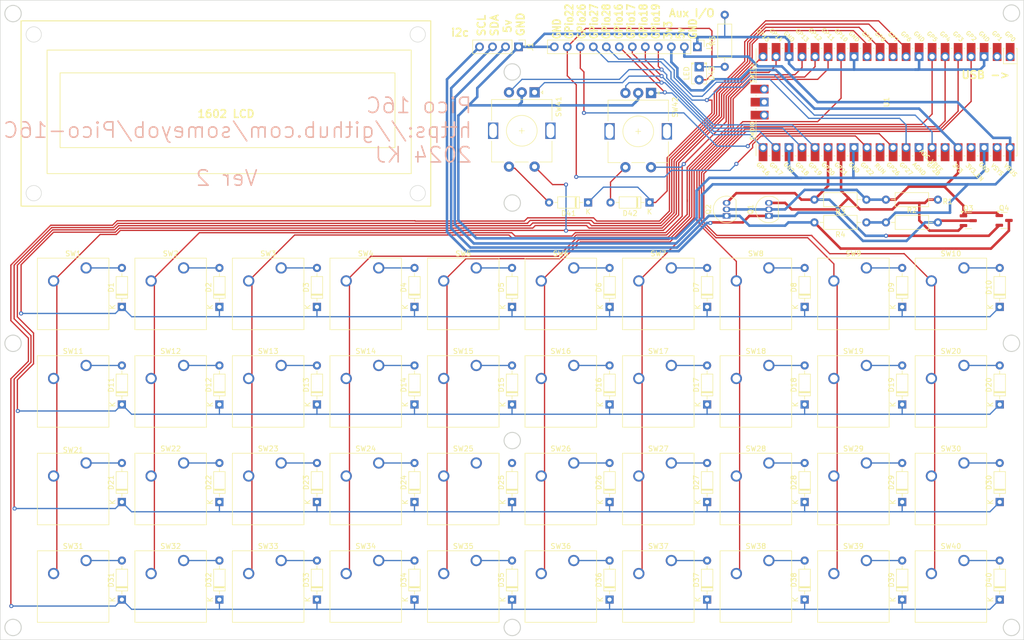
<source format=kicad_pcb>
(kicad_pcb (version 20240108) (generator "pcbnew") (generator_version "8.0")
  (layers (0 "F.Cu" signal) (31 "B.Cu" signal) (34 "B.Paste" user) (35 "F.Paste" user) (36 "B.SilkS" user "B.Silkscreen") (37 "F.SilkS" user "F.Silkscreen") (38 "B.Mask" user) (39 "F.Mask" user) (44 "Edge.Cuts" user))
  (net 0 "")
  (net 1 "Net-(D1-A)")
  (net 2 "Net-(D2-A)")
  (net 3 "Net-(D3-A)")
  (net 4 "Net-(D4-A)")
  (net 5 "Net-(D5-A)")
  (net 6 "Net-(D6-A)")
  (net 7 "Net-(D7-A)")
  (net 8 "Net-(D8-A)")
  (net 9 "Net-(D9-A)")
  (net 10 "Net-(D10-A)")
  (net 11 "Net-(D11-A)")
  (net 12 "Net-(D12-A)")
  (net 13 "Net-(D13-A)")
  (net 14 "Net-(D14-A)")
  (net 15 "Net-(D15-A)")
  (net 16 "Net-(D16-A)")
  (net 17 "Net-(D17-A)")
  (net 18 "Net-(D18-A)")
  (net 19 "Net-(D19-A)")
  (net 20 "Net-(D20-A)")
  (net 21 "Net-(D21-A)")
  (net 22 "Net-(D22-A)")
  (net 23 "Net-(D23-A)")
  (net 24 "Net-(D24-A)")
  (net 25 "Net-(D25-A)")
  (net 26 "Net-(D26-A)")
  (net 27 "Net-(D27-A)")
  (net 28 "Net-(D28-A)")
  (net 29 "Net-(D29-A)")
  (net 30 "Net-(D30-A)")
  (net 31 "Net-(D31-A)")
  (net 32 "Net-(D32-A)")
  (net 33 "Net-(D1-K)")
  (net 44 "Net-(D11-K)")
  (net 45 "Net-(D21-K)")
  (net 46 "Net-(D31-K)")
  (net 47 "Net-(D33-A)")
  (net 48 "Net-(D34-A)")
  (net 49 "Net-(D35-A)")
  (net 50 "Net-(D36-A)")
  (net 51 "Net-(D37-A)")
  (net 52 "Net-(D38-A)")
  (net 53 "Net-(D39-A)")
  (net 54 "Net-(D40-A)")
  (net 55 "SCLh")
  (net 56 "3v3")
  (net 57 "SCLl")
  (net 58 "SDAh")
  (net 59 "SDAl")
  (net 60 "5v")
  (net 61 "GND")
  (net 62 "Net-(U1-GPIO2)")
  (net 63 "Net-(U1-GPIO5)")
  (net 64 "Net-(U1-GPIO4)")
  (net 65 "Net-(U1-GPIO3)")
  (net 66 "Net-(U1-GPIO10)")
  (net 67 "Net-(U1-GPIO13)")
  (net 68 "Net-(U1-GPIO12)")
  (net 69 "Net-(U1-GPIO11)")
  (net 70 "Net-(U1-GPIO15)")
  (net 71 "Net-(U1-GPIO14)")
  (net 72 "GPIO18")
  (net 73 "GPIO19")
  (net 74 "GPIO16")
  (net 75 "GPIO17")
  (net 76 "GPIO26")
  (net 77 "GPIO27")
  (net 78 "GPIO28")
  (net 79 "GPIO22")
  (net 80 "Net-(D41-A)")
  (net 81 "Net-(D42-A)")
  (net 92 "Net-(D43-K)")
  (footprint "Button_Switch_Keyboard:SW_Cherry_MX_1.00u_PCB" (layer "F.Cu") (at 160.02 119.38)
    (property "Reference" "SW26")
    (property "Value" "SW_Push" (hide yes))
  )
  (footprint "Diode_THT:D_DO-35_SOD27_P7.62mm_Horizontal" (layer "F.Cu") (at 128.905 146.05 90)
    (property "Reference" "D34")
    (property "Value" "1N4148W")
  )
  (footprint "Button_Switch_Keyboard:SW_Cherry_MX_1.00u_PCB" (layer "F.Cu") (at 179.07 138.43)
    (property "Reference" "SW37")
    (property "Value" "SW_Push" (hide yes))
  )
  (footprint "Connector_PinHeader_2.54mm:PinHeader_1x12_P2.54mm_Vertical" (layer "F.Cu") (at 184.15 38.1 -90)
    (property "Reference" "J2")
    (property "Value" "Aux I/O")
  )
  (footprint "Diode_THT:D_DO-35_SOD27_P7.62mm_Horizontal" (layer "F.Cu") (at 224.155 127 90)
    (property "Reference" "D29")
    (property "Value" "1N4148W")
  )
  (footprint "MCU_RaspberryPi_and_Boards:RPi_Pico_SMD_TH" (layer "F.Cu") (at 221.11 48.895 -90)
    (property "Reference" "U1")
    (property "Value" "Pico")
  )
  (footprint "Diode_THT:D_DO-35_SOD27_P7.62mm_Horizontal" (layer "F.Cu") (at 90.805 107.95 90)
    (property "Reference" "D12")
    (property "Value" "1N4148W")
  )
  (footprint "Package_TO_SOT_THT:TO-92_Inline" (layer "F.Cu") (at 189.865 71.12 90)
    (property "Reference" "Q2")
    (property "Value" "BS170")
  )
  (footprint "Diode_THT:D_DO-35_SOD27_P7.62mm_Horizontal" (layer "F.Cu") (at 71.755 107.95 90)
    (property "Reference" "D11")
    (property "Value" "1N4148W")
  )
  (footprint "Resistor_THT:R_Axial_DIN0207_L6.3mm_D2.5mm_P10.16mm_Horizontal" (layer "F.Cu") (at 217.17 72.39 180)
    (property "Reference" "R4")
    (property "Value" "10K")
  )
  (footprint "Button_Switch_Keyboard:SW_Cherry_MX_1.00u_PCB" (layer "F.Cu") (at 121.92 138.43)
    (property "Reference" "SW34")
    (property "Value" "SW_Push" (hide yes))
  )
  (footprint "Button_Switch_Keyboard:SW_Cherry_MX_1.00u_PCB" (layer "F.Cu") (at 140.97 81.28)
    (property "Reference" "SW5")
    (property "Value" "SW_Push" (hide yes))
  )
  (footprint "Diode_THT:D_DO-35_SOD27_P7.62mm_Horizontal" (layer "F.Cu") (at 243.205 88.9 90)
    (property "Reference" "D10")
    (property "Value" "1N4148W")
  )
  (footprint "Button_Switch_Keyboard:SW_Cherry_MX_1.00u_PCB" (layer "F.Cu") (at 198.12 100.33)
    (property "Reference" "SW18")
    (property "Value" "SW_Push" (hide yes))
  )
  (footprint "Button_Switch_Keyboard:SW_Cherry_MX_1.00u_PCB" (layer "F.Cu") (at 102.87 100.33)
    (property "Reference" "SW13")
    (property "Value" "SW_Push" (hide yes))
  )
  (footprint "Button_Switch_Keyboard:SW_Cherry_MX_1.00u_PCB" (layer "F.Cu") (at 236.22 138.43)
    (property "Reference" "SW40")
    (property "Value" "SW_Push" (hide yes))
  )
  (footprint "Button_Switch_Keyboard:SW_Cherry_MX_1.00u_PCB" (layer "F.Cu") (at 64.77 81.28)
    (property "Reference" "SW1")
    (property "Value" "SW_Push" (hide yes))
  )
  (footprint "Diode_THT:D_DO-35_SOD27_P7.62mm_Horizontal" (layer "F.Cu") (at 162.81 68.5 180)
    (property "Reference" "D41")
    (property "Value" "1N4148W")
  )
  (footprint "Diode_THT:D_DO-35_SOD27_P7.62mm_Horizontal" (layer "F.Cu") (at 186.055 107.95 90)
    (property "Reference" "D17")
    (property "Value" "1N4148W")
  )
  (footprint "Button_Switch_Keyboard:SW_Cherry_MX_1.00u_PCB" (layer "F.Cu") (at 140.97 100.33)
    (property "Reference" "SW15")
    (property "Value" "SW_Push" (hide yes))
  )
  (footprint "Button_Switch_Keyboard:SW_Cherry_MX_1.00u_PCB" (layer "F.Cu") (at 121.92 119.38)
    (property "Reference" "SW24")
    (property "Value" "SW_Push" (hide yes))
  )
  (footprint "Button_Switch_Keyboard:SW_Cherry_MX_1.00u_PCB" (layer "F.Cu") (at 140.97 138.43)
    (property "Reference" "SW35")
    (property "Value" "SW_Push" (hide yes))
  )
  (footprint "Diode_THT:D_DO-35_SOD27_P7.62mm_Horizontal" (layer "F.Cu") (at 71.755 146.05 90)
    (property "Reference" "D31")
    (property "Value" "1N4148W")
  )
  (footprint "Diode_THT:D_DO-35_SOD27_P7.62mm_Horizontal" (layer "F.Cu") (at 205.105 88.9 90)
    (property "Reference" "D8")
    (property "Value" "1N4148W")
  )
  (footprint "Resistor_THT:R_Axial_DIN0207_L6.3mm_D2.5mm_P10.16mm_Horizontal" (layer "F.Cu") (at 189.5 42 90)
    (property "Reference" "R5")
    (property "Value" "220")
  )
  (footprint "Button_Switch_Keyboard:SW_Cherry_MX_1.00u_PCB" (layer "F.Cu") (at 64.77 119.38)
    (property "Reference" "SW21")
    (property "Value" "SW_Push" (hide yes))
  )
  (footprint "Connector_PinHeader_2.54mm:PinHeader_1x04_P2.54mm_Vertical" (layer "F.Cu") (at 149.225 38.1 -90)
    (property "Reference" "J1")
    (property "Value" "i2c")
  )
  (footprint "Button_Switch_Keyboard:SW_Cherry_MX_1.00u_PCB" (layer "F.Cu") (at 179.07 81.28)
    (property "Reference" "SW7")
    (property "Value" "SW_Push" (hide yes))
  )
  (footprint "Button_Switch_Keyboard:SW_Cherry_MX_1.00u_PCB" (layer "F.Cu") (at 217.17 100.33)
    (property "Reference" "SW19")
    (property "Value" "SW_Push" (hide yes))
  )
  (footprint "Diode_THT:D_DO-35_SOD27_P7.62mm_Horizontal" (layer "F.Cu") (at 147.955 88.9 90)
    (property "Reference" "D5")
    (property "Value" "1N4148W")
  )
  (footprint "Diode_THT:D_DO-35_SOD27_P7.62mm_Horizontal" (layer "F.Cu") (at 71.755 127 90)
    (property "Reference" "D21")
    (property "Value" "1N4148W")
  )
  (footprint "Button_Switch_Keyboard:SW_Cherry_MX_1.00u_PCB" (layer "F.Cu") (at 217.17 138.43)
    (property "Reference" "SW39")
    (property "Value" "SW_Push" (hide yes))
  )
  (footprint "Button_Switch_Keyboard:SW_Cherry_MX_1.00u_PCB" (layer "F.Cu") (at 102.87 119.38)
    (property "Reference" "SW23")
    (property "Value" "SW_Push" (hide yes))
  )
  (footprint "LED_THT:LED_D2.0mm_W4.0mm_H2.8mm_FlatTop" (layer "F.Cu") (at 184.5 42 -90)
    (property "Reference" "D43")
    (property "Value" "LED")
  )
  (footprint "Diode_THT:D_DO-35_SOD27_P7.62mm_Horizontal" (layer "F.Cu") (at 186.055 88.9 90)
    (property "Reference" "D7")
    (property "Value" "1N4148W")
  )
  (footprint "Diode_THT:D_DO-35_SOD27_P7.62mm_Horizontal" (layer "F.Cu") (at 147.955 107.95 90)
    (property "Reference" "D15")
    (property "Value" "1N4148W")
  )
  (footprint "Button_Switch_Keyboard:SW_Cherry_MX_1.00u_PCB" (layer "F.Cu") (at 102.87 81.28)
    (property "Reference" "SW3")
    (property "Value" "SW_Push" (hide yes))
  )
  (footprint "Button_Switch_Keyboard:SW_Cherry_MX_1.00u_PCB" (layer "F.Cu") (at 160.02 138.43)
    (property "Reference" "SW36")
    (property "Value" "SW_Push" (hide yes))
  )
  (footprint "Rotary_Encoder:RotaryEncoder_Alps_EC11E-Switch_Vertical_H20mm" (layer "F.Cu") (at 152.36 46.99 -90)
    (property "Reference" "SW41")
    (property "Value" "Encoder_Switch")
  )
  (footprint "Resistor_THT:R_Axial_DIN0207_L6.3mm_D2.5mm_P10.16mm_Horizontal" (layer "F.Cu") (at 220.98 72.39)
    (property "Reference" "R2")
    (property "Value" "10K")
  )
  (footprint "Button_Switch_Keyboard:SW_Cherry_MX_1.00u_PCB" (layer "F.Cu") (at 64.77 100.33)
    (property "Reference" "SW11")
    (property "Value" "SW_Push" (hide yes))
  )
  (footprint "Button_Switch_Keyboard:SW_Cherry_MX_1.00u_PCB" (layer "F.Cu") (at 83.82 100.33)
    (property "Reference" "SW12")
    (property "Value" "SW_Push" (hide yes))
  )
  (footprint "Diode_THT:D_DO-35_SOD27_P7.62mm_Horizontal" (layer "F.Cu") (at 90.805 127 90)
    (property "Reference" "D22")
    (property "Value" "1N4148W")
  )
  (footprint "Diode_THT:D_DO-35_SOD27_P7.62mm_Horizontal" (layer "F.Cu") (at 205.105 107.95 90)
    (property "Reference" "D18")
    (property "Value" "1N4148W")
  )
  (footprint "Button_Switch_Keyboard:SW_Cherry_MX_1.00u_PCB" (layer "F.Cu") (at 179.07 100.33)
    (property "Reference" "SW17")
    (property "Value" "SW_Push" (hide yes))
  )
  (footprint "Button_Switch_Keyboard:SW_Cherry_MX_1.00u_PCB" (layer "F.Cu") (at 217.17 81.28)
    (property "Reference" "SW9")
    (property "Value" "SW_Push" (hide yes))
  )
  (footprint "Diode_THT:D_DO-35_SOD27_P7.62mm_Horizontal" (layer "F.Cu") (at 243.205 146.05 90)
    (property "Reference" "D40")
    (property "Value" "1N4148W")
  )
  (footprint "Button_Switch_Keyboard:SW_Cherry_MX_1.00u_PCB" (layer "F.Cu") (at 102.87 138.43)
    (property "Reference" "SW33")
    (property "Value" "SW_Push" (hide yes))
  )
  (footprint "Package_TO_SOT_SMD:SOT-23" (layer "F.Cu") (at 244.0625 72)
    (property "Reference" "Q4")
    (property "Value" "BSS138")
  )
  (footprint "Button_Switch_Keyboard:SW_Cherry_MX_1.00u_PCB" (layer "F.Cu") (at 121.92 81.28)
    (property "Reference" "SW4")
    (property "Value" "SW_Push" (hide yes))
  )
  (footprint "Button_Switch_Keyboard:SW_Cherry_MX_1.00u_PCB" (layer "F.Cu") (at 236.22 100.33)
    (property "Reference" "SW20")
    (property "Value" "SW_Push" (hide yes))
  )
  (footprint "Button_Switch_Keyboard:SW_Cherry_MX_1.00u_PCB" (layer "F.Cu") (at 217.17 119.38)
    (property "Reference" "SW29")
    (property "Value" "SW_Push" (hide yes))
  )
  (footprint "Diode_THT:D_DO-35_SOD27_P7.62mm_Horizontal" (layer "F.Cu") (at 224.155 107.95 90)
    (property "Reference" "D19")
    (property "Value" "1N4148W")
  )
  (footprint "Diode_THT:D_DO-35_SOD27_P7.62mm_Horizontal" (layer "F.Cu") (at 243.205 127 90)
    (property "Reference" "D30")
    (property "Value" "1N4148W")
  )
  (footprint "Resistor_THT:R_Axial_DIN0207_L6.3mm_D2.5mm_P10.16mm_Horizontal" (layer "F.Cu") (at 217.17 67.945 180)
    (property "Reference" "R3")
    (property "Value" "10K")
  )
  (footprint "Diode_THT:D_DO-35_SOD27_P7.62mm_Horizontal" (layer "F.Cu") (at 128.905 88.9 90)
    (property "Reference" "D4")
    (property "Value" "1N4148W")
  )
  (footprint "Button_Switch_Keyboard:SW_Cherry_MX_1.00u_PCB" (layer "F.Cu") (at 121.92 100.33)
    (property "Reference" "SW14")
    (property "Value" "SW_Push" (hide yes))
  )
  (footprint "Diode_THT:D_DO-35_SOD27_P7.62mm_Horizontal" (layer "F.Cu") (at 167.005 127 90)
    (property "Reference" "D26")
    (property "Value" "1N4148W")
  )
  (footprint "Button_Switch_Keyboard:SW_Cherry_MX_1.00u_PCB" (layer "F.Cu") (at 198.12 119.38)
    (property "Reference" "SW28")
    (property "Value" "SW_Push" (hide yes))
  )
  (footprint "Diode_THT:D_DO-35_SOD27_P7.62mm_Horizontal" (layer "F.Cu") (at 205.105 127 90)
    (property "Reference" "D28")
    (property "Value" "1N4148W")
  )
  (footprint "Diode_THT:D_DO-35_SOD27_P7.62mm_Horizontal" (layer "F.Cu") (at 167.005 107.95 90)
    (property "Reference" "D16")
    (property "Value" "1N4148W")
  )
  (footprint "Diode_THT:D_DO-35_SOD27_P7.62mm_Horizontal" (layer "F.Cu") (at 174.81 68.5 180)
    (property "Reference" "D42")
    (property "Value" "1N4148W")
  )
  (footprint "Diode_THT:D_DO-35_SOD27_P7.62mm_Horizontal" (layer "F.Cu") (at 128.905 127 90)
    (property "Reference" "D24")
    (property "Value" "1N4148W")
  )
  (footprint "Diode_THT:D_DO-35_SOD27_P7.62mm_Horizontal" (layer "F.Cu") (at 147.955 127 90)
    (property "Reference" "D25")
    (property "Value" "1N4148W")
  )
  (footprint "Diode_THT:D_DO-35_SOD27_P7.62mm_Horizontal" (layer "F.Cu") (at 167.005 88.9 90)
    (property "Reference" "D6")
    (property "Value" "1N4148W")
  )
  (footprint "Diode_THT:D_DO-35_SOD27_P7.62mm_Horizontal" (layer "F.Cu") (at 243.205 107.95 90)
    (property "Reference" "D20")
    (property "Value" "1N4148W")
  )
  (footprint "Button_Switch_Keyboard:SW_Cherry_MX_1.00u_PCB" (layer "F.Cu") (at 83.82 119.38)
    (property "Reference" "SW22")
    (property "Value" "SW_Push" (hide yes))
  )
  (footprint "Package_TO_SOT_SMD:SOT-23" (layer "F.Cu") (at 237.0625 72.05)
    (property "Reference" "Q3")
    (property "Value" "BSS138")
  )
  (footprint "Button_Switch_Keyboard:SW_Cherry_MX_1.00u_PCB" (layer "F.Cu") (at 236.22 119.38)
    (property "Reference" "SW30")
    (property "Value" "SW_Push" (hide yes))
  )
  (footprint "Diode_THT:D_DO-35_SOD27_P7.62mm_Horizontal" (layer "F.Cu") (at 71.755 88.9 90)
    (property "Reference" "D1")
    (property "Value" "1N4148W")
  )
  (footprint "Diode_THT:D_DO-35_SOD27_P7.62mm_Horizontal" (layer "F.Cu") (at 224.155 88.9 90)
    (property "Reference" "D9")
    (property "Value" "1N4148W")
  )
  (footprint "Diode_THT:D_DO-35_SOD27_P7.62mm_Horizontal" (layer "F.Cu") (at 186.055 146.05 90)
    (property "Reference" "D37")
    (property "Value" "1N4148W")
  )
  (footprint "Diode_THT:D_DO-35_SOD27_P7.62mm_Horizontal" (layer "F.Cu") (at 128.905 107.95 90)
    (property "Reference" "D14")
    (property "Value" "1N4148W")
  )
  (footprint "Button_Switch_Keyboard:SW_Cherry_MX_1.00u_PCB" (layer "F.Cu") (at 198.12 81.28)
    (property "Reference" "SW8")
    (property "Value" "SW_Push" (hide yes))
  )
  (footprint "Diode_THT:D_DO-35_SOD27_P7.62mm_Horizontal" (layer "F.Cu") (at 109.855 146.05 90)
    (property "Reference" "D33")
    (property "Value" "1N4148W")
  )
  (footprint "Package_TO_SOT_THT:TO-92_Inline" (layer "F.Cu") (at 198.12 71.12 90)
    (property "Reference" "Q1")
    (property "Value" "BS170")
  )
  (footprint "Diode_THT:D_DO-35_SOD27_P7.62mm_Horizontal" (layer "F.Cu") (at 109.855 88.9 90)
    (property "Reference" "D3")
    (property "Value" "1N4148W")
  )
  (footprint "Diode_THT:D_DO-35_SOD27_P7.62mm_Horizontal" (layer "F.Cu") (at 90.805 88.9 90)
    (property "Reference" "D2")
    (property "Value" "1N4148W")
  )
  (footprint "Button_Switch_Keyboard:SW_Cherry_MX_1.00u_PCB" (layer "F.Cu") (at 83.82 138.43)
    (property "Reference" "SW32")
    (property "Value" "SW_Push" (hide yes))
  )
  (footprint "Button_Switch_Keyboard:SW_Cherry_MX_1.00u_PCB" (layer "F.Cu") (at 179.07 119.38)
    (property "Reference" "SW27")
    (property "Value" "SW_Push" (hide yes))
  )
  (footprint "Button_Switch_Keyboard:SW_Cherry_MX_1.00u_PCB" (layer "F.Cu") (at 160.02 100.33)
    (property "Reference" "SW16")
    (property "Value" "SW_Push" (hide yes))
  )
  (footprint "Diode_THT:D_DO-35_SOD27_P7.62mm_Horizontal" (layer "F.Cu") (at 167.005 146.05 90)
    (property "Reference" "D36")
    (property "Value" "1N4148W")
  )
  (footprint "Diode_THT:D_DO-35_SOD27_P7.62mm_Horizontal" (layer "F.Cu") (at 147.955 146.05 90)
    (property "Reference" "D35")
    (property "Value" "1N4148W")
  )
  (footprint "Button_Switch_Keyboard:SW_Cherry_MX_1.00u_PCB" (layer "F.Cu") (at 64.77 138.43)
    (property "Reference" "SW31")
    (property "Value" "SW_Push" (hide yes))
  )
  (footprint "Diode_THT:D_DO-35_SOD27_P7.62mm_Horizontal" (layer "F.Cu") (at 205.105 146.05 90)
    (property "Reference" "D38")
    (property "Value" "1N4148W")
  )
  (footprint "Button_Switch_Keyboard:SW_Cherry_MX_1.00u_PCB" (layer "F.Cu") (at 236.22 81.28)
    (property "Reference" "SW10")
    (property "Value" "SW_Push" (hide yes))
  )
  (footprint "Diode_THT:D_DO-35_SOD27_P7.62mm_Horizontal" (layer "F.Cu") (at 90.805 146.05 90)
    (property "Reference" "D32")
    (property "Value" "1N4148W")
  )
  (footprint "Button_Switch_Keyboard:SW_Cherry_MX_1.00u_PCB" (layer "F.Cu") (at 160.02 81.28)
    (property "Reference" "SW6")
    (property "Value" "SW_Push" (hide yes))
  )
  (footprint "Diode_THT:D_DO-35_SOD27_P7.62mm_Horizontal" (layer "F.Cu") (at 186.055 127 90)
    (property "Reference" "D27")
    (property "Value" "1N4148W")
  )
  (footprint "Resistor_THT:R_Axial_DIN0207_L6.3mm_D2.5mm_P10.16mm_Horizontal" (layer "F.Cu") (at 220.98 67.945)
    (property "Reference" "R1")
    (property "Value" "10K")
  )
  (footprint "Button_Switch_Keyboard:SW_Cherry_MX_1.00u_PCB" (layer "F.Cu") (at 83.82 81.28)
    (property "Reference" "SW2")
    (property "Value" "SW_Push" (hide yes))
  )
  (footprint "Diode_THT:D_DO-35_SOD27_P7.62mm_Horizontal" (layer "F.Cu") (at 109.855 107.95 90)
    (property "Reference" "D13")
    (property "Value" "1N4148W")
  )
  (footprint "Rotary_Encoder:RotaryEncoder_Alps_EC11E-Switch_Vertical_H20mm" (layer "F.Cu") (at 175.105 47.11 -90)
    (property "Reference" "SW42")
    (property "Value" "Encoder_Switch")
  )
  (footprint "Button_Switch_Keyboard:SW_Cherry_MX_1.00u_PCB" (layer "F.Cu") (at 198.12 138.43)
    (property "Reference" "SW38")
    (property "Value" "SW_Push" (hide yes))
  )
  (footprint "Diode_THT:D_DO-35_SOD27_P7.62mm_Horizontal" (layer "F.Cu") (at 109.855 127 90)
    (property "Reference" "D23")
    (property "Value" "1N4148W")
  )
  (footprint "Button_Switch_Keyboard:SW_Cherry_MX_1.00u_PCB" (layer "F.Cu") (at 140.97 119.38)
    (property "Reference" "SW25")
    (property "Value" "SW_Push" (hide yes))
  )
  (footprint "Diode_THT:D_DO-35_SOD27_P7.62mm_Horizontal" (layer "F.Cu") (at 224.155 146.05 90)
    (property "Reference" "D39")
    (property "Value" "1N4148W")
  )
  (gr_rect (start 57.15 38.735) (end 128.27 62.865) (stroke (width 0.15)) (fill none) (layer "F.SilkS"))
  (gr_rect (start 59.69 43.18) (end 125.095 57.785) (stroke (width 0.15)) (fill none) (layer "F.SilkS"))
  (gr_rect (start 52.07 33.02) (end 132.08 69.215) (stroke (width 0.2)) (fill none) (layer "F.SilkS"))
  (gr_circle (center 129.54 35.675) (end 131.04 35.675) (stroke (width 0.1)) (fill none) (layer "Edge.Cuts"))
  (gr_rect (start 48 29) (end 247.9 153.9) (stroke (width 0.1)) (fill none) (layer "Edge.Cuts"))
  (gr_circle (center 148 115) (end 149.6 115) (stroke (width 0.2)) (fill none) (layer "Edge.Cuts"))
  (gr_circle (center 129.54 66.675) (end 131.04 66.675) (stroke (width 0.1)) (fill none) (layer "Edge.Cuts"))
  (gr_circle (center 245.5 31.5) (end 247.1 31.5) (stroke (width 0.2)) (fill none) (layer "Edge.Cuts"))
  (gr_circle (center 54.54 66.675) (end 56.04 66.675) (stroke (width 0.1)) (fill none) (layer "Edge.Cuts"))
  (gr_circle (center 50.5 96) (end 52.1 96) (stroke (width 0.2)) (fill none) (layer "Edge.Cuts"))
  (gr_circle (center 50.5 31.6) (end 52.1 31.6) (stroke (width 0.2)) (fill none) (layer "Edge.Cuts"))
  (gr_circle (center 148 43) (end 149.6 43) (stroke (width 0.2)) (fill none) (layer "Edge.Cuts"))
  (gr_circle (center 148 68.6) (end 149.6 68.6) (stroke (width 0.2)) (fill none) (layer "Edge.Cuts"))
  (gr_circle (center 245.5 151.5) (end 247.1 151.5) (stroke (width 0.2)) (fill none) (layer "Edge.Cuts"))
  (gr_circle (center 54.54 35.675) (end 56.04 35.675) (stroke (width 0.1)) (fill none) (layer "Edge.Cuts"))
  (gr_circle (center 148 151.5) (end 149.6 151.5) (stroke (width 0.2)) (fill none) (layer "Edge.Cuts"))
  (gr_circle (center 50.5 151.5) (end 52.1 151.5) (stroke (width 0.2)) (fill none) (layer "Edge.Cuts"))
  (gr_circle (center 245.5 96) (end 247.1 96) (stroke (width 0.2)) (fill none) (layer "Edge.Cuts"))
  (gr_text "Ver 2" (at 98.5 65.5 0) (layer "B.SilkS") (effects (font (size 3 3) (thickness 0.3) (bold yes)) (justify left bottom mirror)))
  (gr_text "Pico 16C\nhttps://github.com/someyob/Pico-16C\n2024 KJ" (at 140.335 60.96 0) (layer "B.SilkS") (effects (font (size 3 3) (thickness 0.3) (bold yes)) (justify left bottom mirror)))
  (gr_text "1602 LCD" (at 86.36 52.07 0) (layer "F.SilkS") (effects (font (size 1.5 1.5) (thickness 0.3) (bold yes)) (justify left bottom)))
  (gr_text "5v" (at 147.955 35.56 90) (layer "F.SilkS") (effects (font (size 1.5 1.5) (thickness 0.3) (bold yes)) (justify left bottom)))
  (gr_text "GND\nGPio22\nGPio26\nGPio27\nGPio28\nGPio16\nGPio17\nGPio18\nGPio19\n3v3\n5v\nGND" (at 184.15 36.77 90) (layer "F.SilkS") (effects (font (size 1.5 1.3) (thickness 0.3) (bold yes)) (justify left bottom)))
  (gr_text "Aux I/O" (at 178.435 32.385 0) (layer "F.SilkS") (effects (font (size 1.5 1.5) (thickness 0.3) (bold yes)) (justify left bottom)))
  (gr_text "SCL" (at 142.875 36.195 90) (layer "F.SilkS") (effects (font (size 1.5 1.5) (thickness 0.3) (bold yes)) (justify left bottom)))
  (gr_text "SDA" (at 145.415 36.195 90) (layer "F.SilkS") (effects (font (size 1.5 1.5) (thickness 0.3) (bold yes)) (justify left bottom)))
  (gr_text "GND" (at 150.495 36.195 90) (layer "F.SilkS") (effects (font (size 1.5 1.5) (thickness 0.3) (bold yes)) (justify left bottom)))
  (gr_text "i2c" (at 135.89 36.195 0) (layer "F.SilkS") (effects (font (size 1.5 1.5) (thickness 0.3) (bold yes)) (justify left bottom)))
  (gr_text "USB ->" (at 235.585 44.45 0) (layer "F.SilkS") (effects (font (size 1.5 1.5) (thickness 0.3) (bold yes)) (justify left bottom)))
  (segment (start 64.77 81.28) (end 71.755 81.28) (width 0.25) (layer "B.Cu") (net 1))
  (segment (start 83.82 81.28) (end 90.805 81.28) (width 0.25) (layer "B.Cu") (net 2))
  (segment (start 102.87 81.28) (end 109.855 81.28) (width 0.25) (layer "B.Cu") (net 3))
  (segment (start 121.92 81.28) (end 128.905 81.28) (width 0.25) (layer "B.Cu") (net 4))
  (segment (start 140.97 81.28) (end 147.955 81.28) (width 0.25) (layer "B.Cu") (net 5))
  (segment (start 160.02 81.28) (end 167.005 81.28) (width 0.25) (layer "B.Cu") (net 6))
  (segment (start 179.07 81.28) (end 186.055 81.28) (width 0.25) (layer "B.Cu") (net 7))
  (segment (start 198.12 81.28) (end 205.105 81.28) (width 0.25) (layer "B.Cu") (net 8))
  (segment (start 217.17 81.28) (end 224.155 81.28) (width 0.25) (layer "B.Cu") (net 9))
  (segment (start 236.22 81.28) (end 243.205 81.28) (width 0.25) (layer "B.Cu") (net 10))
  (segment (start 71.755 100.33) (end 64.77 100.33) (width 0.25) (layer "B.Cu") (net 11))
  (segment (start 90.805 100.33) (end 83.82 100.33) (width 0.25) (layer "B.Cu") (net 12))
  (segment (start 109.855 100.33) (end 102.87 100.33) (width 0.25) (layer "B.Cu") (net 13))
  (segment (start 128.905 100.33) (end 121.92 100.33) (width 0.25) (layer "B.Cu") (net 14))
  (segment (start 147.955 100.33) (end 140.97 100.33) (width 0.25) (layer "B.Cu") (net 15))
  (segment (start 167.005 100.33) (end 160.02 100.33) (width 0.25) (layer "B.Cu") (net 16))
  (segment (start 186.055 100.33) (end 179.07 100.33) (width 0.25) (layer "B.Cu") (net 17))
  (segment (start 205.105 100.33) (end 198.12 100.33) (width 0.25) (layer "B.Cu") (net 18))
  (segment (start 224.155 100.33) (end 217.17 100.33) (width 0.25) (layer "B.Cu") (net 19))
  (segment (start 243.205 100.33) (end 236.22 100.33) (width 0.25) (layer "B.Cu") (net 20))
  (segment (start 71.755 119.38) (end 64.77 119.38) (width 0.25) (layer "B.Cu") (net 21))
  (segment (start 90.805 119.38) (end 83.82 119.38) (width 0.25) (layer "B.Cu") (net 22))
  (segment (start 109.855 119.38) (end 102.87 119.38) (width 0.25) (layer "B.Cu") (net 23))
  (segment (start 128.905 119.38) (end 121.92 119.38) (width 0.25) (layer "B.Cu") (net 24))
  (segment (start 167.005 119.38) (end 160.02 119.38) (width 0.25) (layer "B.Cu") (net 26))
  (segment (start 186.055 119.38) (end 179.07 119.38) (width 0.25) (layer "B.Cu") (net 27))
  (segment (start 205.105 119.38) (end 198.12 119.38) (width 0.25) (layer "B.Cu") (net 28))
  (segment (start 224.155 119.38) (end 217.17 119.38) (width 0.25) (layer "B.Cu") (net 29))
  (segment (start 243.205 119.38) (end 236.22 119.38) (width 0.25) (layer "B.Cu") (net 30))
  (segment (start 71.755 138.43) (end 64.77 138.43) (width 0.25) (layer "B.Cu") (net 31))
  (segment (start 90.805 138.43) (end 83.82 138.43) (width 0.25) (layer "B.Cu") (net 32))
  (segment (start 180.05 60.586396) (end 188.885 51.751396) (width 0.25) (layer "F.Cu") (net 33))
  (segment (start 177.272792 73.5) (end 180.05 70.722792) (width 0.25) (layer "F.Cu") (net 33))
  (segment (start 163 73.5) (end 177.272792 73.5) (width 0.25) (layer "F.Cu") (net 33))
  (segment (start 197.5 34.925) (end 214.63 34.925) (width 0.25) (layer "F.Cu") (net 33))
  (segment (start 152.5 73) (end 162.5 73) (width 0.25) (layer "F.Cu") (net 33))
  (segment (start 162.5 73) (end 163 73.5) (width 0.25) (layer "F.Cu") (net 33))
  (segment (start 188.885 51.751396) (end 188.885 47.32802) (width 0.25) (layer "F.Cu") (net 33))
  (segment (start 58.42 74.295) (end 70.485 74.295) (width 0.25) (layer "F.Cu") (net 33))
  (segment (start 188.885 47.32802) (end 194.85651 41.35651) (width 0.25) (layer "F.Cu") (net 33))
  (segment (start 70.485 74.295) (end 71.28 73.5) (width 0.25) (layer "F.Cu") (net 33))
  (segment (start 214.63 34.925) (end 217.3 37.595) (width 0.25) (layer "F.Cu") (net 33))
  (segment (start 180.05 70.722792) (end 180.05 60.586396) (width 0.25) (layer "F.Cu") (net 33))
  (segment (start 152 73.5) (end 152.5 73) (width 0.25) (layer "F.Cu") (net 33))
  (segment (start 52.07 80.645) (end 58.42 74.295) (width 0.25) (layer "F.Cu") (net 33))
  (segment (start 217.3 37.595) (end 217.3 40.005) (width 0.25) (layer "F.Cu") (net 33))
  (segment (start 52.07 90.17) (end 52.07 80.645) (width 0.25) (layer "F.Cu") (net 33))
  (segment (start 194.85651 37.56849) (end 197.5 34.925) (width 0.25) (layer "F.Cu") (net 33))
  (segment (start 71.28 73.5) (end 152 73.5) (width 0.25) (layer "F.Cu") (net 33))
  (segment (start 194.85651 41.35651) (end 194.85651 37.56849) (width 0.25) (layer "F.Cu") (net 33))
  (via (at 52.07 90.17) (size 0.8) (drill 0.4) (layers "F.Cu" "B.Cu") (net 33))
  (segment (start 241.3 90.805) (end 224.155 90.805) (width 0.25) (layer "B.Cu") (net 33))
  (segment (start 71.755 88.9) (end 70.485 90.17) (width 0.25) (layer "B.Cu") (net 33))
  (segment (start 205.105 90.805) (end 186.055 90.805) (width 0.25) (layer "B.Cu") (net 33))
  (segment (start 224.155 90.805) (end 205.105 90.805) (width 0.25) (layer "B.Cu") (net 33))
  (segment (start 128.905 90.805) (end 109.855 90.805) (width 0.25) (layer "B.Cu") (net 33))
  (segment (start 147.955 88.9) (end 147.955 90.805) (width 0.25) (layer "B.Cu") (net 33))
  (segment (start 52.07 90.17) (end 70.485 90.17) (width 0.25) (layer "B.Cu") (net 33))
  (segment (start 224.155 88.9) (end 224.155 90.805) (width 0.25) (layer "B.Cu") (net 33))
  (segment (start 186.055 88.9) (end 186.055 90.805) (width 0.25) (layer "B.Cu") (net 33))
  (segment (start 109.855 90.805) (end 90.805 90.805) (width 0.25) (layer "B.Cu") (net 33))
  (segment (start 73.66 90.805) (end 71.755 88.9) (width 0.25) (layer "B.Cu") (net 33))
  (segment (start 128.905 88.9) (end 128.905 90.805) (width 0.25) (layer "B.Cu") (net 33))
  (segment (start 90.805 88.9) (end 90.805 90.805) (width 0.25) (layer "B.Cu") (net 33))
  (segment (start 90.805 90.805) (end 73.66 90.805) (width 0.25) (layer "B.Cu") (net 33))
  (segment (start 167.005 88.9) (end 167.005 90.805) (width 0.25) (layer "B.Cu") (net 33))
  (segment (start 243.205 88.9) (end 241.3 90.805) (width 0.25) (layer "B.Cu") (net 33))
  (segment (start 205.105 88.9) (end 205.105 90.805) (width 0.25) (layer "B.Cu") (net 33))
  (segment (start 186.055 90.805) (end 167.005 90.805) (width 0.25) (layer "B.Cu") (net 33))
  (segment (start 147.955 90.805) (end 128.905 90.805) (width 0.25) (layer "B.Cu") (net 33))
  (segment (start 167.005 90.805) (end 147.955 90.805) (width 0.25) (layer "B.Cu") (net 33))
  (segment (start 109.855 88.9) (end 109.855 90.805) (width 0.25) (layer "B.Cu") (net 33))
  (segment (start 177.111396 73.025) (end 179.6 70.536396) (width 0.25) (layer "F.Cu") (net 44))
  (segment (start 163.5 73.025) (end 177.111396 73.025) (width 0.25) (layer "F.Cu") (net 44))
  (segment (start 215.735 34.29) (end 219.84 38.395) (width 0.25) (layer "F.Cu") (net 44))
  (segment (start 194.40651 37.382094) (end 197.498604 34.29) (width 0.25) (layer "F.Cu") (net 44))
  (segment (start 179.75 60.25) (end 179.75 60.159188) (width 0.25) (layer "F.Cu") (net 44))
  (segment (start 71.119302 73.024302) (end 71.12 73.025) (width 0.25) (layer "F.Cu") (net 44))
  (segment (start 58.233604 73.845) (end 70.298604 73.845) (width 0.25) (layer "F.Cu") (net 44))
  (segment (start 163 72.5) (end 163 72.525) (width 0.25) (layer "F.Cu") (net 44))
  (segment (start 51.435 109.22) (end 51.345 109.13) (width 0.25) (layer "F.Cu") (net 44))
  (segment (start 219.84 38.395) (end 219.84 40.005) (width 0.25) (layer "F.Cu") (net 44))
  (segment (start 70.298604 73.845) (end 71.119302 73.024302) (width 0.25) (layer "F.Cu") (net 44))
  (segment (start 179.6 60.4) (end 179.75 60.25) (width 0.25) (layer "F.Cu") (net 44))
  (segment (start 188.435 51.5) (end 188.435 47.141624) (width 0.25) (layer "F.Cu") (net 44))
  (segment (start 51.345 90.845) (end 51.345 80.733604) (width 0.25) (layer "F.Cu") (net 44))
  (segment (start 151.475 73.025) (end 152 72.5) (width 0.25) (layer "F.Cu") (net 44))
  (segment (start 197.498604 34.29) (end 215.735 34.29) (width 0.25) (layer "F.Cu") (net 44))
  (segment (start 51.345 103.155) (end 54.5 100) (width 0.25) (layer "F.Cu") (net 44))
  (segment (start 54.5 100) (end 54.5 94) (width 0.25) (layer "F.Cu") (net 44))
  (segment (start 71.12 73.025) (end 151.475 73.025) (width 0.25) (layer "F.Cu") (net 44))
  (segment (start 188.435 47.141624) (end 194.40651 41.170114) (width 0.25) (layer "F.Cu") (net 44))
  (segment (start 152 72.5) (end 163 72.5) (width 0.25) (layer "F.Cu") (net 44))
  (segment (start 51.345 80.733604) (end 58.233604 73.845) (width 0.25) (layer "F.Cu") (net 44))
  (segment (start 188.409188 51.5) (end 188.435 51.5) (width 0.25) (layer "F.Cu") (net 44))
  (segment (start 51.345 109.13) (end 51.345 103.155) (width 0.25) (layer "F.Cu") (net 44))
  (segment (start 163 72.525) (end 163.5 73.025) (width 0.25) (layer "F.Cu") (net 44))
  (segment (start 179.6 70.536396) (end 179.6 60.4) (width 0.25) (layer "F.Cu") (net 44))
  (segment (start 179.75 60.159188) (end 188.409188 51.5) (width 0.25) (layer "F.Cu") (net 44))
  (segment (start 194.40651 41.170114) (end 194.40651 37.382094) (width 0.25) (layer "F.Cu") (net 44))
  (segment (start 54.5 94) (end 51.345 90.845) (width 0.25) (layer "F.Cu") (net 44))
  (via (at 51.435 109.22) (size 0.8) (drill 0.4) (layers "F.Cu" "B.Cu") (net 44))
  (segment (start 241.3 109.855) (end 224.155 109.855) (width 0.25) (layer "B.Cu") (net 44))
  (segment (start 243.205 107.95) (end 241.3 109.855) (width 0.25) (layer "B.Cu") (net 44))
  (segment (start 205.105 109.855) (end 186.055 109.855) (width 0.25) (layer "B.Cu") (net 44))
  (segment (start 128.905 109.855) (end 109.855 109.855) (width 0.25) (layer "B.Cu") (net 44))
  (segment (start 128.905 107.95) (end 128.905 109.855) (width 0.25) (layer "B.Cu") (net 44))
  (segment (start 90.805 109.855) (end 73.66 109.855) (width 0.25) (layer "B.Cu") (net 44))
  (segment (start 205.105 107.95) (end 205.105 109.855) (width 0.25) (layer "B.Cu") (net 44))
  (segment (start 147.955 107.95) (end 147.955 109.855) (width 0.25) (layer "B.Cu") (net 44))
  (segment (start 147.955 109.855) (end 128.905 109.855) (width 0.25) (layer "B.Cu") (net 44))
  (segment (start 90.805 107.95) (end 90.805 109.855) (width 0.25) (layer "B.Cu") (net 44))
  (segment (start 109.855 107.95) (end 109.855 109.855) (width 0.25) (layer "B.Cu") (net 44))
  (segment (start 186.055 107.95) (end 186.055 109.855) (width 0.25) (layer "B.Cu") (net 44))
  (segment (start 167.005 107.95) (end 167.005 109.855) (width 0.25) (layer "B.Cu") (net 44))
  (segment (start 167.005 109.855) (end 147.955 109.855) (width 0.25) (layer "B.Cu") (net 44))
  (segment (start 224.155 107.95) (end 224.155 109.855) (width 0.25) (layer "B.Cu") (net 44))
  (segment (start 51.435 109.22) (end 70.485 109.22) (width 0.25) (layer "B.Cu") (net 44))
  (segment (start 70.485 109.22) (end 71.755 107.95) (width 0.25) (layer "B.Cu") (net 44))
  (segment (start 224.155 109.855) (end 205.105 109.855) (width 0.25) (layer "B.Cu") (net 44))
  (segment (start 73.66 109.855) (end 71.755 107.95) (width 0.25) (layer "B.Cu") (net 44))
  (segment (start 186.055 109.855) (end 167.005 109.855) (width 0.25) (layer "B.Cu") (net 44))
  (segment (start 109.855 109.855) (end 90.805 109.855) (width 0.25) (layer "B.Cu") (net 44))
  (segment (start 193.95651 40.983718) (end 193.95651 37.195698) (width 0.25) (layer "F.Cu") (net 45))
  (segment (start 164 72.574302) (end 176.925698 72.574302) (width 0.25) (layer "F.Cu") (net 45))
  (segment (start 70.932906 72.574302) (end 151 72.574302) (width 0.25) (layer "F.Cu") (net 45))
  (segment (start 163.425698 72) (end 164 72.574302) (width 0.25) (layer "F.Cu") (net 45))
  (segment (start 176.925698 72.574302) (end 179.15 70.35) (width 0.25) (layer "F.Cu") (net 45))
  (segment (start 187.917208 47.02302) (end 193.95651 40.983718) (width 0.25) (layer "F.Cu") (net 45))
  (segment (start 151 72.574302) (end 151 72.5) (width 0.25) (layer "F.Cu") (net 45))
  (segment (start 222.38 38.395) (end 222.38 40.005) (width 0.25) (layer "F.Cu") (net 45))
  (segment (start 50.71 91.21) (end 50.71 80.732208) (width 0.25) (layer "F.Cu") (net 45))
  (segment (start 187.917208 51.355584) (end 187.917208 47.02302) (width 0.25) (layer "F.Cu") (net 45))
  (segment (start 179.15 70.35) (end 179.15 60.122792) (width 0.25) (layer "F.Cu") (net 45))
  (segment (start 151.5 72) (end 163.425698 72) (width 0.25) (layer "F.Cu") (net 45))
  (segment (start 217.64 33.655) (end 222.38 38.395) (width 0.25) (layer "F.Cu") (net 45))
  (segment (start 151 72.5) (end 151.5 72) (width 0.25) (layer "F.Cu") (net 45))
  (segment (start 50.8 128.27) (end 50.71 128.18) (width 0.25) (layer "F.Cu") (net 45))
  (segment (start 50.71 80.732208) (end 58.047208 73.395) (width 0.25) (layer "F.Cu") (net 45))
  (segment (start 58.047208 73.395) (end 70.112208 73.395) (width 0.25) (layer "F.Cu") (net 45))
  (segment (start 54 94.5) (end 50.71 91.21) (width 0.25) (layer "F.Cu") (net 45))
  (segment (start 70.112208 73.395) (end 70.932906 72.574302) (width 0.25) (layer "F.Cu") (net 45))
  (segment (start 197.497208 33.655) (end 217.64 33.655) (width 0.25) (layer "F.Cu") (net 45))
  (segment (start 179.15 60.122792) (end 187.917208 51.355584) (width 0.25) (layer "F.Cu") (net 45))
  (segment (start 193.95651 37.195698) (end 197.497208 33.655) (width 0.25) (layer "F.Cu") (net 45))
  (segment (start 50.71 128.18) (end 50.71 103) (width 0.25) (layer "F.Cu") (net 45))
  (segment (start 50.71 103) (end 54 99.71) (width 0.25) (layer "F.Cu") (net 45))
  (segment (start 54 99.71) (end 54 94.5) (width 0.25) (layer "F.Cu") (net 45))
  (via (at 50.8 128.27) (size 0.8) (drill 0.4) (layers "F.Cu" "B.Cu") (net 45))
  (segment (start 186.055 128.905) (end 167.005 128.905) (width 0.25) (layer "B.Cu") (net 45))
  (segment (start 167.005 127) (end 167.005 128.905) (width 0.25) (layer "B.Cu") (net 45))
  (segment (start 70.485 128.27) (end 50.8 128.27) (width 0.25) (layer "B.Cu") (net 45))
  (segment (start 90.805 128.905) (end 73.66 128.905) (width 0.25) (layer "B.Cu") (net 45))
  (segment (start 224.155 128.905) (end 205.105 128.905) (width 0.25) (layer "B.Cu") (net 45))
  (segment (start 241.3 128.905) (end 224.155 128.905) (width 0.25) (layer "B.Cu") (net 45))
  (segment (start 205.105 127) (end 205.105 128.905) (width 0.25) (layer "B.Cu") (net 45))
  (segment (start 90.805 127) (end 90.805 128.905) (width 0.25) (layer "B.Cu") (net 45))
  (segment (start 128.905 128.905) (end 109.855 128.905) (width 0.25) (layer "B.Cu") (net 45))
  (segment (start 167.005 128.905) (end 147.955 128.905) (width 0.25) (layer "B.Cu") (net 45))
  (segment (start 147.955 127) (end 147.955 128.905) (width 0.25) (layer "B.Cu") (net 45))
  (segment (start 205.105 128.905) (end 186.055 128.905) (width 0.25) (layer "B.Cu") (net 45))
  (segment (start 243.205 127) (end 241.3 128.905) (width 0.25) (layer "B.Cu") (net 45))
  (segment (start 147.955 128.905) (end 128.905 128.905) (width 0.25) (layer "B.Cu") (net 45))
  (segment (start 186.055 127) (end 186.055 128.905) (width 0.25) (layer "B.Cu") (net 45))
  (segment (start 71.755 127) (end 70.485 128.27) (width 0.25) (layer "B.Cu") (net 45))
  (segment (start 128.905 127) (end 128.905 128.905) (width 0.25) (layer "B.Cu") (net 45))
  (segment (start 224.155 127) (end 224.155 128.905) (width 0.25) (layer "B.Cu") (net 45))
  (segment (start 73.66 128.905) (end 71.755 127) (width 0.25) (layer "B.Cu") (net 45))
  (segment (start 109.855 128.905) (end 90.805 128.905) (width 0.25) (layer "B.Cu") (net 45))
  (segment (start 109.855 127) (end 109.855 128.905) (width 0.25) (layer "B.Cu") (net 45))
  (segment (start 53.5 99.5) (end 53.5 95) (width 0.25) (layer "F.Cu") (net 46))
  (segment (start 50.075 80.730812) (end 57.860812 72.945) (width 0.25) (layer "F.Cu") (net 46))
  (segment (start 57.860812 72.945) (end 69.925812 72.945) (width 0.25) (layer "F.Cu") (net 46))
  (segment (start 178.7 59.936396) (end 187.467208 51.169188) (width 0.25) (layer "F.Cu") (net 46))
  (segment (start 129 72.070406) (end 129.053896 72.124302) (width 0.25) (layer "F.Cu") (net 46))
  (segment (start 187.467208 46.836624) (end 193.401916 40.901916) (width 0.25) (layer "F.Cu") (net 46))
  (segment (start 53.5 95) (end 50.075 91.575) (width 0.25) (layer "F.Cu") (net 46))
  (segment (start 219.545 33.02) (end 224.92 38.395) (width 0.25) (layer "F.Cu") (net 46))
  (segment (start 197.495812 33.02) (end 219.545 33.02) (width 0.25) (layer "F.Cu") (net 46))
  (segment (start 50.075 147.23) (end 50.075 102.925) (width 0.25) (layer "F.Cu") (net 46))
  (segment (start 164.5 72.124302) (end 176.739302 72.124302) (width 0.25) (layer "F.Cu") (net 46))
  (segment (start 50.075 91.575) (end 50.075 80.730812) (width 0.25) (layer "F.Cu") (net 46))
  (segment (start 163.875698 71.5) (end 164.5 72.124302) (width 0.25) (layer "F.Cu") (net 46))
  (segment (start 176.739302 72.124302) (end 178.7 70.163604) (width 0.25) (layer "F.Cu") (net 46))
  (segment (start 70.800406 72.070406) (end 129 72.070406) (width 0.25) (layer "F.Cu") (net 46))
  (segment (start 193.401916 40.901916) (end 193.401916 37.113896) (width 0.25) (layer "F.Cu") (net 46))
  (segment (start 150.375698 72.124302) (end 151 71.5) (width 0.25) (layer "F.Cu") (net 46))
  (segment (start 129.053896 72.124302) (end 150.375698 72.124302) (width 0.25) (layer "F.Cu") (net 46))
  (segment (start 50.075 102.925) (end 53.5 99.5) (width 0.25) (layer "F.Cu") (net 46))
  (segment (start 178.7 70.163604) (end 178.7 59.936396) (width 0.25) (layer "F.Cu") (net 46))
  (segment (start 224.92 38.395) (end 224.92 40.005) (width 0.25) (layer "F.Cu") (net 46))
  (segment (start 50.165 147.32) (end 50.075 147.23) (width 0.25) (layer "F.Cu") (net 46))
  (segment (start 187.467208 51.169188) (end 187.467208 46.836624) (width 0.25) (layer "F.Cu") (net 46))
  (segment (start 193.401916 37.113896) (end 197.495812 33.02) (width 0.25) (layer "F.Cu") (net 46))
  (segment (start 151 71.5) (end 163.875698 71.5) (width 0.25) (layer "F.Cu") (net 46))
  (segment (start 69.925812 72.945) (end 70.800406 72.070406) (width 0.25) (layer "F.Cu") (net 46))
  (via (at 50.165 147.32) (size 0.8) (drill 0.4) (layers "F.Cu" "B.Cu") (net 46))
  (segment (start 186.055 147.955) (end 167.005 147.955) (width 0.25) (layer "B.Cu") (net 46))
  (segment (start 73.66 147.955) (end 71.755 146.05) (width 0.25) (layer "B.Cu") (net 46))
  (segment (start 167.005 146.05) (end 167.005 147.955) (width 0.25) (layer "B.Cu") (net 46))
  (segment (start 224.155 147.955) (end 205.105 147.955) (width 0.25) (layer "B.Cu") (net 46))
  (segment (start 90.805 146.05) (end 90.805 147.955) (width 0.25) (layer "B.Cu") (net 46))
  (segment (start 224.155 146.05) (end 224.155 147.955) (width 0.25) (layer "B.Cu") (net 46))
  (segment (start 90.805 147.955) (end 73.66 147.955) (width 0.25) (layer "B.Cu") (net 46))
  (segment (start 70.485 147.32) (end 71.755 146.05) (width 0.25) (layer "B.Cu") (net 46))
  (segment (start 167.005 147.955) (end 147.955 147.955) (width 0.25) (layer "B.Cu") (net 46))
  (segment (start 241.3 147.955) (end 224.155 147.955) (width 0.25) (layer "B.Cu") (net 46))
  (segment (start 205.105 147.955) (end 186.055 147.955) (width 0.25) (layer "B.Cu") (net 46))
  (segment (start 186.055 146.05) (end 186.055 147.955) (width 0.25) (layer "B.Cu") (net 46))
  (segment (start 109.855 147.955) (end 90.805 147.955) (width 0.25) (layer "B.Cu") (net 46))
  (segment (start 147.955 146.05) (end 147.955 147.955) (width 0.25) (layer "B.Cu") (net 46))
  (segment (start 128.905 147.955) (end 109.855 147.955) (width 0.25) (layer "B.Cu") (net 46))
  (segment (start 128.905 146.05) (end 128.905 147.955) (width 0.25) (layer "B.Cu") (net 46))
  (segment (start 205.105 146.05) (end 205.105 147.955) (width 0.25) (layer "B.Cu") (net 46))
  (segment (start 147.955 147.955) (end 128.905 147.955) (width 0.25) (layer "B.Cu") (net 46))
  (segment (start 50.165 147.32) (end 70.485 147.32) (width 0.25) (layer "B.Cu") (net 46))
  (segment (start 109.855 146.05) (end 109.855 147.955) (width 0.25) (layer "B.Cu") (net 46))
  (segment (start 243.205 146.05) (end 241.3 147.955) (width 0.25) (layer "B.Cu") (net 46))
  (segment (start 109.855 138.43) (end 102.87 138.43) (width 0.25) (layer "B.Cu") (net 47))
  (segment (start 128.905 138.43) (end 121.92 138.43) (width 0.25) (layer "B.Cu") (net 48))
  (segment (start 147.955 138.43) (end 140.97 138.43) (width 0.25) (layer "B.Cu") (net 49))
  (segment (start 167.005 138.43) (end 160.02 138.43) (width 0.25) (layer "B.Cu") (net 50))
  (segment (start 186.055 138.43) (end 179.07 138.43) (width 0.25) (layer "B.Cu") (net 51))
  (segment (start 205.105 138.43) (end 198.12 138.43) (width 0.25) (layer "B.Cu") (net 52))
  (segment (start 224.155 138.43) (end 217.17 138.43) (width 0.25) (layer "B.Cu") (net 53))
  (segment (start 243.205 138.43) (end 236.22 138.43) (width 0.25) (layer "B.Cu") (net 54))
  (segment (start 231.48 72.05) (end 238 72.05) (width 0.5) (layer "F.Cu") (net 55))
  (segment (start 198.12 71.12) (end 194.31 71.12) (width 0.5) (layer "F.Cu") (net 55))
  (segment (start 231.14 72.39) (end 231.48 72.05) (width 0.5) (layer "F.Cu") (net 55))
  (segment (start 193.04 72.39) (end 186.69 72.39) (width 0.5) (layer "F.Cu") (net 55))
  (segment (start 194.31 71.12) (end 193.04 72.39) (width 0.5) (layer "F.Cu") (net 55))
  (via (at 186.69 72.5) (size 0.8) (drill 0.4) (layers "F.Cu" "B.Cu") (net 55))
  (segment (start 231.14 72.39) (end 228.6 72.39) (width 0.5) (layer "B.Cu") (net 55))
  (segment (start 228.6 72.39) (end 225 75.99) (width 0.5) (layer "B.Cu") (net 55))
  (segment (start 210.985 70.485) (end 203.835 70.485) (width 0.5) (layer "B.Cu") (net 55))
  (segment (start 203.2 71.12) (end 198.12 71.12) (width 0.5) (layer "B.Cu") (net 55))
  (segment (start 141.605 38.1) (end 135.255 44.45) (width 0.5) (layer "B.Cu") (net 55))
  (segment (start 139 78) (end 180.5 78) (width 0.5) (layer "B.Cu") (net 55))
  (segment (start 135.255 44.45) (end 135.255 74.255) (width 0.5) (layer "B.Cu") (net 55))
  (segment (start 225 76) (end 216.5 76) (width 0.5) (layer "B.Cu") (net 55))
  (segment (start 216.5 76) (end 210.985 70.485) (width 0.5) (layer "B.Cu") (net 55))
  (segment (start 203.835 70.485) (end 203.2 71.12) (width 0.5) (layer "B.Cu") (net 55))
  (segment (start 180.5 78) (end 186 72.5) (width 0.5) (layer "B.Cu") (net 55))
  (segment (start 225 75.99) (end 225 76) (width 0.5) (layer "B.Cu") (net 55))
  (segment (start 186 72.5) (end 186.69 72.5) (width 0.5) (layer "B.Cu") (net 55))
  (segment (start 135.255 74.255) (end 139 78) (width 0.5) (layer "B.Cu") (net 55))
  (segment (start 232.41 65.405) (end 235.08 62.735) (width 0.5) (layer "F.Cu") (net 56))
  (segment (start 236.725 70.5) (end 242.575 70.5) (width 0.5) (layer "F.Cu") (net 56))
  (segment (start 235.08 62.735) (end 235.08 57.785) (width 0.5) (layer "F.Cu") (net 56))
  (segment (start 236.125 69.125) (end 232.41 65.41) (width 0.5) (layer "F.Cu") (net 56))
  (segment (start 236.125 71.1) (end 236.125 69.125) (width 0.5) (layer "F.Cu") (net 56))
  (segment (start 236.125 71.1) (end 236.725 70.5) (width 0.5) (layer "F.Cu") (net 56))
  (segment (start 225.425 65.405) (end 232.41 65.405) (width 0.5) (layer "F.Cu") (net 56))
  (segment (start 242.575 70.5) (end 243.125 71.05) (width 0.5) (layer "F.Cu") (net 56))
  (segment (start 220.98 67.945) (end 222.885 67.945) (width 0.5) (layer "F.Cu") (net 56))
  (segment (start 222.885 67.945) (end 225.425 65.405) (width 0.5) (layer "F.Cu") (net 56))
  (segment (start 232.41 65.41) (end 232.41 65.405) (width 0.5) (layer "F.Cu") (net 56))
  (segment (start 205.105 66.04) (end 201.295 69.85) (width 0.5) (layer "B.Cu") (net 56))
  (segment (start 179.07 41.07) (end 180.25 42.25) (width 0.5) (layer "B.Cu") (net 56))
  (segment (start 194.315 42.61) (end 199.455 42.61) (width 0.5) (layer "B.Cu") (net 56))
  (segment (start 217.17 67.945) (end 215.265 66.04) (width 0.5) (layer "B.Cu") (net 56))
  (segment (start 198.12 69.85) (end 189.865 69.85) (width 0.5) (layer "B.Cu") (net 56))
  (segment (start 199.455 42.61) (end 207.01 50.165) (width 0.5) (layer "B.Cu") (net 56))
  (segment (start 217.17 67.945) (end 220.98 67.945) (width 0.5) (layer "B.Cu") (net 56))
  (segment (start 207.01 50.165) (end 227.46 50.165) (width 0.5) (layer "B.Cu") (net 56))
  (segment (start 187.5 44.425) (end 192.5 44.425) (width 0.5) (layer "B.Cu") (net 56))
  (segment (start 215.265 66.04) (end 205.105 66.04) (width 0.5) (layer "B.Cu") (net 56))
  (segment (start 227.46 50.165) (end 235.08 57.785) (width 0.5) (layer "B.Cu") (net 56))
  (segment (start 180.25 42.25) (end 180.25 43.936828) (width 0.5) (layer "B.Cu") (net 56))
  (segment (start 180.25 43.936828) (end 182.906586 46.593414) (width 0.5) (layer "B.Cu") (net 56))
  (segment (start 179.07 38.1) (end 179.07 41.07) (width 0.5) (layer "B.Cu") (net 56))
  (segment (start 201.295 69.85) (end 198.12 69.85) (width 0.5) (layer "B.Cu") (net 56))
  (segment (start 192.5 44.425) (end 194.315 42.61) (width 0.5) (layer "B.Cu") (net 56))
  (segment (start 182.906586 46.593414) (end 185.331586 46.593414) (width 0.5) (layer "B.Cu") (net 56))
  (segment (start 185.331586 46.593414) (end 187.5 44.425) (width 0.5) (layer "B.Cu") (net 56))
  (segment (start 229.5 74) (end 235.125 74) (width 0.5) (layer "F.Cu") (net 57))
  (segment (start 213.6775 67.6275) (end 211.455 69.85) (width 0.5) (layer "F.Cu") (net 57))
  (segment (start 215.9 69.85) (end 222.25 69.85) (width 0.5) (layer "F.Cu") (net 57))
  (segment (start 235.125 74) (end 236.125 73) (width 0.5) (layer "F.Cu") (net 57))
  (segment (start 202.565 69.85) (end 201.295 68.58) (width 0.5) (layer "F.Cu") (net 57))
  (segment (start 213.6775 67.6275) (end 215.9 69.85) (width 0.5) (layer "F.Cu") (net 57))
  (segment (start 212.22 66.17) (end 212.22 57.785) (width 0.5) (layer "F.Cu") (net 57))
  (segment (start 227.5 68.58) (end 227.5 72) (width 0.5) (layer "F.Cu") (net 57))
  (segment (start 229.235 67.945) (end 231.14 67.945) (width 0.5) (layer "F.Cu") (net 57))
  (segment (start 227.5 72) (end 229.5 74) (width 0.5) (layer "F.Cu") (net 57))
  (segment (start 228.6 68.58) (end 229.235 67.945) (width 0.5) (layer "F.Cu") (net 57))
  (segment (start 211.455 69.85) (end 202.565 69.85) (width 0.5) (layer "F.Cu") (net 57))
  (segment (start 227.5 68.58) (end 228.6 68.58) (width 0.5) (layer "F.Cu") (net 57))
  (segment (start 213.6775 67.6275) (end 212.22 66.17) (width 0.5) (layer "F.Cu") (net 57))
  (segment (start 222.25 69.85) (end 223.52 68.58) (width 0.5) (layer "F.Cu") (net 57))
  (segment (start 223.52 68.58) (end 227.5 68.58) (width 0.5) (layer "F.Cu") (net 57))
  (segment (start 201.295 68.58) (end 198.12 68.58) (width 0.5) (layer "F.Cu") (net 57))
  (segment (start 245 72) (end 245 74) (width 0.5) (layer "F.Cu") (net 58))
  (segment (start 241.5 77.5) (end 212.12 77.5) (width 0.5) (layer "F.Cu") (net 58))
  (segment (start 245 74) (end 241.5 77.5) (width 0.5) (layer "F.Cu") (net 58))
  (segment (start 212.12 77.5) (end 207.01 72.39) (width 0.5) (layer "F.Cu") (net 58))
  (segment (start 144.145 38.1) (end 136.067475 46.177525) (width 0.5) (layer "B.Cu") (net 58))
  (segment (start 186.38 71.12) (end 189.865 71.12) (width 0.5) (layer "B.Cu") (net 58))
  (segment (start 136.067475 46.177525) (end 136.067475 73.567475) (width 0.5) (layer "B.Cu") (net 58))
  (segment (start 192.405 71.12) (end 189.865 71.12) (width 0.5) (layer "B.Cu") (net 58))
  (segment (start 180.2 77.3) (end 186.38 71.12) (width 0.5) (layer "B.Cu") (net 58))
  (segment (start 207.01 72.39) (end 201.93 72.39) (width 0.5) (layer "B.Cu") (net 58))
  (segment (start 194.31 73.025) (end 192.405 71.12) (width 0.5) (layer "B.Cu") (net 58))
  (segment (start 139.8 77.3) (end 180.2 77.3) (width 0.5) (layer "B.Cu") (net 58))
  (segment (start 201.295 73.025) (end 194.31 73.025) (width 0.5) (layer "B.Cu") (net 58))
  (segment (start 201.93 72.39) (end 201.295 73.025) (width 0.5) (layer "B.Cu") (net 58))
  (segment (start 136.067475 73.567475) (end 139.8 77.3) (width 0.5) (layer "B.Cu") (net 58))
  (segment (start 241.075 75) (end 243.125 72.95) (width 0.5) (layer "F.Cu") (net 59))
  (segment (start 207.01 67.945) (end 204.47 67.945) (width 0.5) (layer "F.Cu") (net 59))
  (segment (start 209.68 65.275) (end 209.68 57.785) (width 0.5) (layer "F.Cu") (net 59))
  (segment (start 203.2 66.675) (end 191.77 66.675) (width 0.5) (layer "F.Cu") (net 59))
  (segment (start 221 75) (end 241.075 75) (width 0.5) (layer "F.Cu") (net 59))
  (segment (start 207.01 67.945) (end 209.68 65.275) (width 0.5) (layer "F.Cu") (net 59))
  (segment (start 191.77 66.675) (end 189.865 68.58) (width 0.5) (layer "F.Cu") (net 59))
  (segment (start 204.47 67.945) (end 203.2 66.675) (width 0.5) (layer "F.Cu") (net 59))
  (via (at 221 75) (size 0.8) (drill 0.4) (layers "F.Cu" "B.Cu") (net 59))
  (segment (start 217 75) (end 221 75) (width 0.5) (layer "B.Cu") (net 59))
  (segment (start 207.01 67.945) (end 209.945 67.945) (width 0.5) (layer "B.Cu") (net 59))
  (segment (start 209.945 67.945) (end 217 75) (width 0.5) (layer "B.Cu") (net 59))
  (segment (start 181.61 40.005) (end 194.095 40.005) (width 0.5) (layer "B.Cu") (net 60))
  (segment (start 241.935 55.88) (end 234.95 48.895) (width 0.5) (layer "B.Cu") (net 60))
  (segment (start 220.98 72.39) (end 217.17 72.39) (width 0.5) (layer "B.Cu") (net 60))
  (segment (start 242.385 64.955) (end 245.24 62.1) (width 0.5) (layer "B.Cu") (net 60))
  (segment (start 245.24 62.1) (end 245.24 57.785) (width 0.5) (layer "B.Cu") (net 60))
  (segment (start 220.98 72.356827) (end 220.98 72.39) (width 0.5) (layer "B.Cu") (net 60))
  (segment (start 180.01005 76.5) (end 185.0475 71.46255) (width 0.5) (layer "B.Cu") (net 60))
  (segment (start 140.5 76.5) (end 180.01005 76.5) (width 0.5) (layer "B.Cu") (net 60))
  (segment (start 194.095 40.005) (end 196 41.91) (width 0.5) (layer "B.Cu") (net 60))
  (segment (start 222.851827 70.485) (end 220.98 72.356827) (width 0.5) (layer "B.Cu") (net 60))
  (segment (start 245.24 57.785) (end 245.24 55.88) (width 0.5) (layer "B.Cu") (net 60))
  (segment (start 146.685 38.1) (end 136.767475 48.017525) (width 0.5) (layer "B.Cu") (net 60))
  (segment (start 245.24 55.88) (end 241.935 55.88) (width 0.5) (layer "B.Cu") (net 60))
  (segment (start 185.0475 67.0475) (end 187.14 64.955) (width 0.5) (layer "B.Cu") (net 60))
  (segment (start 185.0475 71.46255) (end 185.0475 67.0475) (width 0.5) (layer "B.Cu") (net 60))
  (segment (start 237 64.955) (end 242.385 64.955) (width 0.5) (layer "B.Cu") (net 60))
  (segment (start 233.5 68.455) (end 237 64.955) (width 0.5) (layer "B.Cu") (net 60))
  (segment (start 187.14 64.955) (end 237 64.955) (width 0.5) (layer "B.Cu") (net 60))
  (segment (start 181.61 40.005) (end 181.61 38.1) (width 0.5) (layer "B.Cu") (net 60))
  (segment (start 136.767475 48.017525) (end 136.767475 72.767475) (width 0.5) (layer "B.Cu") (net 60))
  (segment (start 207.645 48.895) (end 200.66 41.91) (width 0.5) (layer "B.Cu") (net 60))
  (segment (start 233.5 70.485) (end 222.851827 70.485) (width 0.5) (layer "B.Cu") (net 60))
  (segment (start 233.5 70.485) (end 233.5 68.455) (width 0.5) (layer "B.Cu") (net 60))
  (segment (start 234.95 48.895) (end 207.645 48.895) (width 0.5) (layer "B.Cu") (net 60))
  (segment (start 200.66 41.91) (end 196 41.91) (width 0.5) (layer "B.Cu") (net 60))
  (segment (start 136.767475 72.767475) (end 140.5 76.5) (width 0.5) (layer "B.Cu") (net 60))
  (segment (start 240.16 62.285) (end 240.16 57.785) (width 0.5) (layer "B.Cu") (net 61))
  (segment (start 149.225 49.53) (end 149.86 48.895) (width 0.5) (layer "B.Cu") (net 61))
  (segment (start 182.245 35.56) (end 182.88 36.195) (width 0.5) (layer "B.Cu") (net 61))
  (segment (start 203.835 63.685) (end 204.47 63.685) (width 0.5) (layer "B.Cu") (net 61))
  (segment (start 141.1625 46.1625) (end 149.225 38.1) (width 0.5) (layer "B.Cu") (net 61))
  (segment (start 184 66.19) (end 186.505 63.685) (width 0.5) (layer "B.Cu") (net 61))
  (segment (start 239.395 42.545) (end 239.525 42.415) (width 0.5) (layer "B.Cu") (net 61))
  (segment (start 151.765 38.1) (end 154.305 35.56) (width 0.5) (layer "B.Cu") (net 61))
  (segment (start 227.33 42.545) (end 227.46 42.415) (width 0.5) (layer "B.Cu") (net 61))
  (segment (start 141 75.5) (end 180 75.5) (width 0.5) (layer "B.Cu") (net 61))
  (segment (start 137.53 51.5) (end 139.5 49.53) (width 0.5) (layer "B.Cu") (net 61))
  (segment (start 226.695 42.545) (end 239.395 42.545) (width 0.5) (layer "B.Cu") (net 61))
  (segment (start 214.76 42.545) (end 203.2 42.545) (width 0.5) (layer "B.Cu") (net 61))
  (segment (start 184.15 36.195) (end 182.88 36.195) (width 0.5) (layer "B.Cu") (net 61))
  (segment (start 137.467475 51.5) (end 137.53 51.5) (width 0.5) (layer "B.Cu") (net 61))
  (segment (start 204.47 63.685) (end 214.63 63.685) (width 0.5) (layer "B.Cu") (net 61))
  (segment (start 214.76 42.545) (end 214.76 40.005) (width 0.5) (layer "B.Cu") (net 61))
  (segment (start 149.86 48.895) (end 149.86 46.99) (width 0.5) (layer "B.Cu") (net 61))
  (segment (start 238.76 63.685) (end 240.16 62.285) (width 0.5) (layer "B.Cu") (net 61))
  (segment (start 151.765 38.1) (end 156.21 38.1) (width 0.5) (layer "B.Cu") (net 61))
  (segment (start 154.305 35.56) (end 182.245 35.56) (width 0.5) (layer "B.Cu") (net 61))
  (segment (start 184.15 36.195) (end 184.15 38.1) (width 0.5) (layer "B.Cu") (net 61))
  (segment (start 184 71.5) (end 184 66.19) (width 0.5) (layer "B.Cu") (net 61))
  (segment (start 189.5 31.84) (end 189.5 36.195) (width 0.25) (layer "B.Cu") (net 61))
  (segment (start 149.225 38.1) (end 151.765 38.1) (width 0.5) (layer "B.Cu") (net 61))
  (segment (start 202.06 57.785) (end 202.06 61.91) (width 0.5) (layer "B.Cu") (net 61))
  (segment (start 227.46 42.415) (end 227.46 40.005) (width 0.5) (layer "B.Cu") (net 61))
  (segment (start 137.467475 71.967475) (end 141 75.5) (width 0.5) (layer "B.Cu") (net 61))
  (segment (start 137.467475 71.967475) (end 137.467475 51.5) (width 0.5) (layer "B.Cu") (net 61))
  (segment (start 214.63 63.685) (end 214.63 57.915) (width 0.5) (layer "B.Cu") (net 61))
  (segment (start 239.525 42.415) (end 240.16 41.78) (width 0.5) (layer "B.Cu") (net 61))
  (segment (start 226.695 42.545) (end 227.33 42.545) (width 0.5) (layer "B.Cu") (net 61))
  (segment (start 240.16 41.78) (end 240.16 40.005) (width 0.5) (layer "B.Cu") (net 61))
  (segment (start 139.5 49.53) (end 149.225 49.53) (width 0.5) (layer "B.Cu") (net 61))
  (segment (start 202.06 41.405) (end 202.06 40.005) (width 0.5) (layer "B.Cu") (net 61))
  (segment (start 171.45 49.53) (end 171.99 48.99) (width 0.5) (layer "B.Cu") (net 61))
  (segment (start 203.2 42.545) (end 202.06 41.405) (width 0.5) (layer "B.Cu") (net 61))
  (segment (start 204.47 63.685) (end 186.505 63.685) (width 0.5) (layer "B.Cu") (net 61))
  (segment (start 214.63 63.685) (end 238.76 63.685) (width 0.5) (layer "B.Cu") (net 61))
  (segment (start 189.5 36.195) (end 184.15 36.195) (width 0.5) (layer "B.Cu") (net 61))
  (segment (start 201.295 36.195) (end 189.5 36.195) (width 0.5) (layer "B.Cu") (net 61))
  (segment (start 214.76 42.545) (end 226.695 42.545) (width 0.5) (layer "B.Cu") (net 61))
  (segment (start 202.06 40.005) (end 202.06 36.96) (width 0.5) (layer "B.Cu") (net 61))
  (segment (start 172.01 48.99) (end 172.605 48.395) (width 0.5) (layer "B.Cu") (net 61))
  (segment (start 214.63 57.915) (end 214.76 57.785) (width 0.5) (layer "B.Cu") (net 61))
  (segment (start 202.06 61.91) (end 203.835 63.685) (width 0.5) (layer "B.Cu") (net 61))
  (segment (start 172.605 48.395) (end 172.605 47.11) (width 0.5) (layer "B.Cu") (net 61))
  (segment (start 139.5 49.53) (end 141.1625 47.8675) (width 0.5) (layer "B.Cu") (net 61))
  (segment (start 180 75.5) (end 184 71.5) (width 0.5) (layer "B.Cu") (net 61))
  (segment (start 202.06 36.96) (end 201.295 36.195) (width 0.5) (layer "B.Cu") (net 61))
  (segment (start 149.225 49.53) (end 171.45 49.53) (width 0.5) (layer "B.Cu") (net 61))
  (segment (start 141.1625 47.8675) (end 141.1625 46.1625) (width 0.5) (layer "B.Cu") (net 61))
  (segment (start 171.99 48.99) (end 172.01 48.99) (width 0.5) (layer "B.Cu") (net 61))
  (segment (start 230.505 122.555) (end 230.505 140.335) (width 0.25) (layer "F.Cu") (net 62))
  (segment (start 206.5 74.93) (end 206.5 75) (width 0.25) (layer "F.Cu") (net 62))
  (segment (start 185.42 72.39) (end 187.96 74.93) (width 0.25) (layer "F.Cu") (net 62))
  (segment (start 230.505 84.455) (end 230.505 102.235) (width 0.25) (layer "F.Cu") (net 62))
  (segment (start 206.5 75) (end 210 78.5) (width 0.25) (layer "F.Cu") (net 62))
  (segment (start 229.87 102.87) (end 230.505 103.505) (width 0.25) (layer "F.Cu") (net 62))
  (segment (start 193.675 54.61) (end 185.42 62.865) (width 0.25) (layer "F.Cu") (net 62))
  (segment (start 230.505 102.235) (end 229.87 102.87) (width 0.25) (layer "F.Cu") (net 62))
  (segment (start 237.62 40.005) (end 237.62 48.765) (width 0.25) (layer "F.Cu") (net 62))
  (segment (start 230.505 121.285) (end 229.87 121.92) (width 0.25) (layer "F.Cu") (net 62))
  (segment (start 187.96 74.93) (end 206.5 74.93) (width 0.25) (layer "F.Cu") (net 62))
  (segment (start 229.87 83.82) (end 230.505 84.455) (width 0.25) (layer "F.Cu") (net 62))
  (segment (start 229.87 121.92) (end 230.505 122.555) (width 0.25) (layer "F.Cu") (net 62))
  (segment (start 231.775 54.61) (end 193.675 54.61) (width 0.25) (layer "F.Cu") (net 62))
  (segment (start 185.42 62.865) (end 185.42 72.39) (width 0.25) (layer "F.Cu") (net 62))
  (segment (start 230.505 140.335) (end 229.87 140.97) (width 0.25) (layer "F.Cu") (net 62))
  (segment (start 224.525 78.475) (end 229.87 83.82) (width 0.25) (layer "F.Cu") (net 62))
  (segment (start 237.62 48.765) (end 231.775 54.61) (width 0.25) (layer "F.Cu") (net 62))
  (segment (start 230.505 103.505) (end 230.505 121.285) (width 0.25) (layer "F.Cu") (net 62))
  (segment (start 210 78.5) (end 224.5 78.5) (width 0.25) (layer "F.Cu") (net 62))
  (segment (start 224.5 78.5) (end 224.525 78.475) (width 0.25) (layer "F.Cu") (net 62))
  (segment (start 172.72 102.87) (end 173.355 102.235) (width 0.25) (layer "F.Cu") (net 63))
  (segment (start 173.355 140.335) (end 173.355 122.555) (width 0.25) (layer "F.Cu") (net 63))
  (segment (start 173.355 103.505) (end 172.72 102.87) (width 0.25) (layer "F.Cu") (net 63))
  (segment (start 193.115812 53.26) (end 184.07 62.305812) (width 0.25) (layer "F.Cu") (net 63))
  (segment (start 184.07 62.305812) (end 184.07 72.47) (width 0.25) (layer "F.Cu") (net 63))
  (segment (start 230 51.225) (end 227.965 53.26) (width 0.25) (layer "F.Cu") (net 63))
  (segment (start 173.355 84.455) (end 172.72 83.82) (width 0.25) (layer "F.Cu") (net 63))
  (segment (start 173.355 122.555) (end 172.72 121.92) (width 0.25) (layer "F.Cu") (net 63))
  (segment (start 184.07 72.47) (end 172.72 83.82) (width 0.25) (layer "F.Cu") (net 63))
  (segment (start 230 40.005) (end 230 51.225) (width 0.25) (layer "F.Cu") (net 63))
  (segment (start 227.965 53.26) (end 193.115812 53.26) (width 0.25) (layer "F.Cu") (net 63))
  (segment (start 173.355 121.285) (end 173.355 103.505) (width 0.25) (layer "F.Cu") (net 63))
  (segment (start 173.355 102.235) (end 173.355 84.455) (width 0.25) (layer "F.Cu") (net 63))
  (segment (start 172.72 121.92) (end 173.355 121.285) (width 0.25) (layer "F.Cu") (net 63))
  (segment (start 172.72 140.97) (end 173.355 140.335) (width 0.25) (layer "F.Cu") (net 63))
  (segment (start 191.767208 80.01) (end 191.77 80.01) (width 0.25) (layer "F.Cu") (net 64))
  (segment (start 192.405 140.335) (end 191.77 140.97) (width 0.25) (layer "F.Cu") (net 64))
  (segment (start 184.52 62.492208) (end 184.52 72.762792) (width 0.25) (layer "F.Cu") (net 64))
  (segment (start 191.77 83.82) (end 192.405 84.455) (width 0.25) (layer "F.Cu") (net 64))
  (segment (start 231.402208 53.71) (end 193.302208 53.71) (width 0.25) (layer "F.Cu") (net 64))
  (segment (start 192.405 84.455) (end 192.405 102.235) (width 0.25) (layer "F.Cu") (net 64))
  (segment (start 193.302208 53.71) (end 184.52 62.492208) (width 0.25) (layer "F.Cu") (net 64))
  (segment (start 192.405 102.235) (end 191.77 102.87) (width 0.25) (layer "F.Cu") (net 64))
  (segment (start 232.54 40.005) (end 232.54 52.572208) (width 0.25) (layer "F.Cu") (net 64))
  (segment (start 232.54 52.572208) (end 231.402208 53.71) (width 0.25) (layer "F.Cu") (net 64))
  (segment (start 191.77 121.92) (end 192.405 122.555) (width 0.25) (layer "F.Cu") (net 64))
  (segment (start 191.77 80.01) (end 191.77 83.82) (width 0.25) (layer "F.Cu") (net 64))
  (segment (start 192.405 103.505) (end 192.405 121.285) (width 0.25) (layer "F.Cu") (net 64))
  (segment (start 184.52 72.762792) (end 191.767208 80.01) (width 0.25) (layer "F.Cu") (net 64))
  (segment (start 192.405 121.285) (end 191.77 121.92) (width 0.25) (layer "F.Cu") (net 64))
  (segment (start 192.405 122.555) (end 192.405 140.335) (width 0.25) (layer "F.Cu") (net 64))
  (segment (start 191.77 102.87) (end 192.405 103.505) (width 0.25) (layer "F.Cu") (net 64))
  (segment (start 187.773604 75.38) (end 205.7 75.38) (width 0.25) (layer "F.Cu") (net 65))
  (segment (start 231.588604 54.16) (end 193.488604 54.16) (width 0.25) (layer "F.Cu") (net 65))
  (segment (start 184.97 72.576396) (end 187.773604 75.38) (width 0.25) (layer "F.Cu") (net 65))
  (segment (start 210.82 102.87) (end 211.455 102.235) (width 0.25) (layer "F.Cu") (net 65))
  (segment (start 205.7 75.38) (end 210.82 80.5) (width 0.25) (layer "F.Cu") (net 65))
  (segment (start 211.455 102.235) (end 211.455 84.455) (width 0.25) (layer "F.Cu") (net 65))
  (segment (start 210.82 80.5) (end 210.82 83.82) (width 0.25) (layer "F.Cu") (net 65))
  (segment (start 235.08 50.668604) (end 231.588604 54.16) (width 0.25) (layer "F.Cu") (net 65))
  (segment (start 211.455 121.285) (end 211.455 103.505) (width 0.25) (layer "F.Cu") (net 65))
  (segment (start 211.455 103.505) (end 210.82 102.87) (width 0.25) (layer "F.Cu") (net 65))
  (segment (start 210.82 140.97) (end 211.455 140.335) (width 0.25) (layer "F.Cu") (net 65))
  (segment (start 211.455 84.455) (end 210.82 83.82) (width 0.25) (layer "F.Cu") (net 65))
  (segment (start 210.82 121.92) (end 211.455 121.285) (width 0.25) (layer "F.Cu") (net 65))
  (segment (start 184.97 62.678604) (end 184.97 72.576396) (width 0.25) (layer "F.Cu") (net 65))
  (segment (start 211.455 140.335) (end 211.455 122.555) (width 0.25) (layer "F.Cu") (net 65))
  (segment (start 235.08 40.005) (end 235.08 50.668604) (width 0.25) (layer "F.Cu") (net 65))
  (segment (start 193.488604 54.16) (end 184.97 62.678604) (width 0.25) (layer "F.Cu") (net 65))
  (segment (start 211.455 122.555) (end 210.82 121.92) (width 0.25) (layer "F.Cu") (net 65))
  (segment (start 154.305 102.235) (end 153.67 102.87) (width 0.25) (layer "F.Cu") (net 66))
  (segment (start 153.67 121.92) (end 154.305 122.555) (width 0.25) (layer "F.Cu") (net 66))
  (segment (start 207.645 52.705) (end 212.22 48.13) (width 0.25) (layer "F.Cu") (net 66))
  (segment (start 154.305 121.285) (end 153.67 121.92) (width 0.25) (layer "F.Cu") (net 66))
  (segment (start 193.034416 52.705) (end 207.645 52.705) (width 0.25) (layer "F.Cu") (net 66))
  (segment (start 178.8 76.2) (end 183.515 71.485) (width 0.25) (layer "F.Cu") (net 66))
  (segment (start 154.305 84.455) (end 154.305 102.235) (width 0.25) (layer "F.Cu") (net 66))
  (segment (start 153.67 102.87) (end 154.305 103.505) (width 0.25) (layer "F.Cu") (net 66))
  (segment (start 154.305 103.505) (end 154.305 121.285) (width 0.25) (layer "F.Cu") (net 66))
  (segment (start 154.305 140.335) (end 153.67 140.97) (width 0.25) (layer "F.Cu") (net 66))
  (segment (start 183.515 62.224416) (end 193.034416 52.705) (width 0.25) (layer "F.Cu") (net 66))
  (segment (start 153.67 83.82) (end 161.29 76.2) (width 0.25) (layer "F.Cu") (net 66))
  (segment (start 161.29 76.2) (end 178.8 76.2) (width 0.25) (layer "F.Cu") (net 66))
  (segment (start 212.22 48.13) (end 212.22 40.005) (width 0.25) (layer "F.Cu") (net 66))
  (segment (start 153.67 83.82) (end 154.305 84.455) (width 0.25) (layer "F.Cu") (net 66))
  (segment (start 183.515 71.485) (end 183.515 62.224416) (width 0.25) (layer "F.Cu") (net 66))
  (segment (start 154.305 122.555) (end 154.305 140.335) (width 0.25) (layer "F.Cu") (net 66))
  (segment (start 97.155 121.285) (end 97.155 103.505) (width 0.25) (layer "F.Cu") (net 67))
  (segment (start 204.6 42.15) (end 203.2 43.55) (width 0.25) (layer "F.Cu") (net 67))
  (segment (start 97.155 102.235) (end 97.155 84.455) (width 0.25) (layer "F.Cu") (net 67))
  (segment (start 97.155 122.555) (end 96.52 121.92) (width 0.25) (layer "F.Cu") (net 67))
  (segment (start 105.49 74.85) (end 147.35 74.85) (width 0.25) (layer "F.Cu") (net 67))
  (segment (start 203.2 43.55) (end 194.572208 43.55) (width 0.25) (layer "F.Cu") (net 67))
  (segment (start 182.165 70.835) (end 178.15 74.85) (width 0.25) (layer "F.Cu") (net 67))
  (segment (start 97.155 84.455) (end 96.52 83.82) (width 0.25) (layer "F.Cu") (net 67))
  (segment (start 96.52 121.92) (end 97.155 121.285) (width 0.25) (layer "F.Cu") (net 67))
  (segment (start 148 75.5) (end 159.85 75.5) (width 0.25) (layer "F.Cu") (net 67))
  (segment (start 96.52 140.97) (end 97.155 140.335) (width 0.25) (layer "F.Cu") (net 67))
  (segment (start 96.52 102.87) (end 97.155 102.235) (width 0.25) (layer "F.Cu") (net 67))
  (segment (start 159.85 75.5) (end 160.5 74.85) (width 0.25) (layer "F.Cu") (net 67))
  (segment (start 190.235 53.595228) (end 182.165114 61.665114) (width 0.25) (layer "F.Cu") (net 67))
  (segment (start 194.572208 43.55) (end 190.235 47.887208) (width 0.25) (layer "F.Cu") (net 67))
  (segment (start 96.52 83.82) (end 105.49 74.85) (width 0.25) (layer "F.Cu") (net 67))
  (segment (start 182.165 68) (end 182.165 70.835) (width 0.25) (layer "F.Cu") (net 67))
  (segment (start 97.155 103.505) (end 96.52 102.87) (width 0.25) (layer "F.Cu") (net 67))
  (segment (start 190.235 47.887208) (end 190.235 53.595228) (width 0.25) (layer "F.Cu") (net 67))
  (segment (start 97.155 140.335) (end 97.155 122.555) (width 0.25) (layer "F.Cu") (net 67))
  (segment (start 160.5 74.85) (end 178.15 74.85) (width 0.25) (layer "F.Cu") (net 67))
  (segment (start 182.165114 61.665114) (end 182.165114 68.334886) (width 0.25) (layer "F.Cu") (net 67))
  (segment (start 147.35 74.85) (end 148 75.5) (width 0.25) (layer "F.Cu") (net 67))
  (segment (start 204.6 40.005) (end 204.6 42.15) (width 0.25) (layer "F.Cu") (net 67))
  (segment (start 116.205 84.455) (end 115.57 83.82) (width 0.25) (layer "F.Cu") (net 68))
  (segment (start 116.205 121.285) (end 116.205 103.505) (width 0.25) (layer "F.Cu") (net 68))
  (segment (start 207.14 41.965) (end 207.14 40.005) (width 0.25) (layer "F.Cu") (net 68))
  (segment (start 115.57 102.87) (end 116.205 102.235) (width 0.25) (layer "F.Cu") (net 68))
  (segment (start 115.57 83.82) (end 120.445 78.945) (width 0.25) (layer "F.Cu") (net 68))
  (segment (start 194.758604 44) (end 205.105 44) (width 0.25) (layer "F.Cu") (net 68))
  (segment (start 115.57 140.97) (end 116.205 140.335) (width 0.25) (layer "F.Cu") (net 68))
  (segment (start 116.205 122.555) (end 115.57 121.92) (width 0.25) (layer "F.Cu") (net 68))
  (segment (start 182.615 61.851624) (end 190.685 53.781624) (width 0.25) (layer "F.Cu") (net 68))
  (segment (start 115.57 121.92) (end 116.205 121.285) (width 0.25) (layer "F.Cu") (net 68))
  (segment (start 178.427208 75.3) (end 182.615 71.112208) (width 0.25) (layer "F.Cu") (net 68))
  (segment (start 182.615 71.112208) (end 182.615 61.851624) (width 0.25) (layer "F.Cu") (net 68))
  (segment (start 205.105 44) (end 207.14 41.965) (width 0.25) (layer "F.Cu") (net 68))
  (segment (start 116.205 140.335) (end 116.205 122.555) (width 0.25) (layer "F.Cu") (net 68))
  (segment (start 190.685 48.073604) (end 194.758604 44) (width 0.25) (layer "F.Cu") (net 68))
  (segment (start 120.5 79) (end 157 79) (width 0.25) (layer "F.Cu") (net 68))
  (segment (start 116.205 102.235) (end 116.205 84.455) (width 0.25) (layer "F.Cu") (net 68))
  (segment (start 157 79) (end 160.7 75.3) (width 0.25) (layer "F.Cu") (net 68))
  (segment (start 190.685 53.781624) (end 190.685 48.073604) (width 0.25) (layer "F.Cu") (net 68))
  (segment (start 116.205 103.505) (end 115.57 102.87) (width 0.25) (layer "F.Cu") (net 68))
  (segment (start 120.445 78.945) (end 120.5 79) (width 0.25) (layer "F.Cu") (net 68))
  (segment (start 160.7 75.3) (end 178.427208 75.3) (width 0.25) (layer "F.Cu") (net 68))
  (segment (start 134.62 102.87) (end 135.255 102.235) (width 0.25) (layer "F.Cu") (net 69))
  (segment (start 135.255 140.335) (end 135.255 122.555) (width 0.25) (layer "F.Cu") (net 69))
  (segment (start 191.135 53.96802) (end 191.135 48.26) (width 0.25) (layer "F.Cu") (net 69))
  (segment (start 134.62 83.82) (end 138.97 79.47) (width 0.25) (layer "F.Cu") (net 69))
  (segment (start 135.255 102.235) (end 135.255 84.455) (width 0.25) (layer "F.Cu") (net 69))
  (segment (start 134.62 121.92) (end 135.255 121.285) (width 0.25) (layer "F.Cu") (net 69))
  (segment (start 138.97 79.47) (end 157.28 79.47) (width 0.25) (layer "F.Cu") (net 69))
  (segment (start 183.065 71.298604) (end 183.065 62.03802) (width 0.25) (layer "F.Cu") (net 69))
  (segment (start 183.065 62.03802) (end 191.135 53.96802) (width 0.25) (layer "F.Cu") (net 69))
  (segment (start 135.255 121.285) (end 135.255 103.505) (width 0.25) (layer "F.Cu") (net 69))
  (segment (start 209.68 42.415) (end 209.68 40.005) (width 0.25) (layer "F.Cu") (net 69))
  (segment (start 157.28 79.47) (end 161 75.75) (width 0.25) (layer "F.Cu") (net 69))
  (segment (start 134.62 140.97) (end 135.255 140.335) (width 0.25) (layer "F.Cu") (net 69))
  (segment (start 135.255 103.505) (end 134.62 102.87) (width 0.25) (layer "F.Cu") (net 69))
  (segment (start 161 75.75) (end 178.613604 75.75) (width 0.25) (layer "F.Cu") (net 69))
  (segment (start 194.945 44.45) (end 207.645 44.45) (width 0.25) (layer "F.Cu") (net 69))
  (segment (start 135.255 122.555) (end 134.62 121.92) (width 0.25) (layer "F.Cu") (net 69))
  (segment (start 135.255 84.455) (end 134.62 83.82) (width 0.25) (layer "F.Cu") (net 69))
  (segment (start 178.613604 75.75) (end 183.065 71.298604) (width 0.25) (layer "F.Cu") (net 69))
  (segment (start 207.645 44.45) (end 209.68 42.415) (width 0.25) (layer "F.Cu") (net 69))
  (segment (start 191.135 48.26) (end 194.945 44.45) (width 0.25) (layer "F.Cu") (net 69))
  (segment (start 59.055 103.505) (end 59.055 121.285) (width 0.25) (layer "F.Cu") (net 70))
  (segment (start 58.42 83.82) (end 67.495 74.745) (width 0.25) (layer "F.Cu") (net 70))
  (segment (start 59.055 121.285) (end 58.42 121.92) (width 0.25) (layer "F.Cu") (net 70))
  (segment (start 189.335 47.514416) (end 196.844416 40.005) (width 0.25) (layer "F.Cu") (net 70))
  (segment (start 155.87 65) (end 158.5 65) (width 0.25) (layer "F.Cu") (net 70))
  (segment (start 158.45 73.95) (end 158.5 74) (width 0.25) (layer "F.Cu") (net 70))
  (segment (start 152.36 61.49) (end 155.87 65) (width 0.25) (layer "F.Cu") (net 70))
  (segment (start 71.466396 73.95) (end 158.45 73.95) (width 0.25) (layer "F.Cu") (net 70))
  (segment (start 70.671396 74.745) (end 71.466396 73.95) (width 0.25) (layer "F.Cu") (net 70))
  (segment (start 58.42 83.82) (end 59.055 84.455) (width 0.25) (layer "F.Cu") (net 70))
  (segment (start 67.495 74.745) (end 70.671396 74.745) (width 0.25) (layer "F.Cu") (net 70))
  (segment (start 158.5 74) (end 158.55 73.95) (width 0.25) (layer "F.Cu") (net 70))
  (segment (start 196.844416 40.005) (end 196.98 40.005) (width 0.25) (layer "F.Cu") (net 70))
  (segment (start 177.5 73.95) (end 180.5 70.95) (width 0.25) (layer "F.Cu") (net 70))
  (segment (start 180.5 60.772792) (end 189.335 51.937792) (width 0.25) (layer "F.Cu") (net 70))
  (segment (start 59.055 140.335) (end 58.42 140.97) (width 0.25) (layer "F.Cu") (net 70))
  (segment (start 180.5 70.95) (end 180.5 60.772792) (width 0.25) (layer "F.Cu") (net 70))
  (segment (start 58.42 121.92) (end 59.055 122.555) (width 0.25) (layer "F.Cu") (net 70))
  (segment (start 158.55 73.95) (end 177.5 73.95) (width 0.25) (layer "F.Cu") (net 70))
  (segment (start 59.055 84.455) (end 59.055 102.235) (width 0.25) (layer "F.Cu") (net 70))
  (segment (start 58.42 102.87) (end 59.055 103.505) (width 0.25) (layer "F.Cu") (net 70))
  (segment (start 189.335 51.937792) (end 189.335 47.514416) (width 0.25) (layer "F.Cu") (net 70))
  (segment (start 59.055 102.235) (end 58.42 102.87) (width 0.25) (layer "F.Cu") (net 70))
  (segment (start 59.055 122.555) (end 59.055 140.335) (width 0.25) (layer "F.Cu") (net 70))
  (via (at 158.5 74) (size 0.8) (drill 0.4) (layers "F.Cu" "B.Cu") (net 70))
  (via (at 158.5 65) (size 0.8) (drill 0.4) (layers "F.Cu" "B.Cu") (net 70))
  (segment (start 158.5 65) (end 158.5 74) (width 0.25) (layer "B.Cu") (net 70))
  (segment (start 78.105 84.455) (end 77.47 83.82) (width 0.25) (layer "F.Cu") (net 71))
  (segment (start 78.105 102.235) (end 78.105 84.455) (width 0.25) (layer "F.Cu") (net 71))
  (segment (start 159.663604 75.05) (end 160.313604 74.4) (width 0.25) (layer "F.Cu") (net 71))
  (segment (start 177.963604 74.4) (end 181.181802 71.181802) (width 0.25) (layer "F.Cu") (net 71))
  (segment (start 148.55 75.05) (end 159.663604 75.05) (width 0.25) (layer "F.Cu") (net 71))
  (segment (start 194.385812 43.1) (end 198.12 43.1) (width 0.25) (layer "F.Cu") (net 71))
  (segment (start 78.105 121.285) (end 78.105 103.505) (width 0.25) (layer "F.Cu") (net 71))
  (segment (start 77.47 83.82) (end 86.89 74.4) (width 0.25) (layer "F.Cu") (net 71))
  (segment (start 160.313604 74.4) (end 177.963604 74.4) (width 0.25) (layer "F.Cu") (net 71))
  (segment (start 78.105 103.505) (end 77.47 102.87) (width 0.25) (layer "F.Cu") (net 71))
  (segment (start 78.105 140.335) (end 78.105 122.555) (width 0.25) (layer "F.Cu") (net 71))
  (segment (start 199.52 41.7) (end 199.52 40.005) (width 0.25) (layer "F.Cu") (net 71))
  (segment (start 181.181802 61.318198) (end 181.5 61) (width 0.25) (layer "F.Cu") (net 71))
  (segment (start 181.181802 71.181802) (end 181.181802 61.318198) (width 0.25) (layer "F.Cu") (net 71))
  (segment (start 77.47 102.87) (end 78.105 102.235) (width 0.25) (layer "F.Cu") (net 71))
  (segment (start 181.5 61) (end 189.785 52.715) (width 0.25) (layer "F.Cu") (net 71))
  (segment (start 77.47 121.92) (end 78.105 121.285) (width 0.25) (layer "F.Cu") (net 71))
  (segment (start 189.785 52.715) (end 189.785 47.700812) (width 0.25) (layer "F.Cu") (net 71))
  (segment (start 86.89 74.4) (end 147.9 74.4) (width 0.25) (layer "F.Cu") (net 71))
  (segment (start 77.47 140.97) (end 78.105 140.335) (width 0.25) (layer "F.Cu") (net 71))
  (segment (start 147.9 74.4) (end 148.55 75.05) (width 0.25) (layer "F.Cu") (net 71))
  (segment (start 198.12 43.1) (end 199.52 41.7) (width 0.25) (layer "F.Cu") (net 71))
  (segment (start 189.785 47.700812) (end 194.385812 43.1) (width 0.25) (layer "F.Cu") (net 71))
  (segment (start 78.105 122.555) (end 77.47 121.92) (width 0.25) (layer "F.Cu") (net 71))
  (via (at 181.5 61) (size 0.8) (drill 0.4) (layers "F.Cu" "B.Cu") (net 71))
  (segment (start 175.105 61.61) (end 180.89 61.61) (width 0.25) (layer "B.Cu") (net 71))
  (segment (start 180.89 61.61) (end 181.5 61) (width 0.25) (layer "B.Cu") (net 71))
  (segment (start 173.99 40.64) (end 173.99 38.1) (width 0.25) (layer "F.Cu") (net 72))
  (segment (start 177.165 43.815) (end 173.99 40.64) (width 0.25) (layer "F.Cu") (net 72))
  (via (at 177.165 43.815) (size 0.8) (drill 0.4) (layers "F.Cu" "B.Cu") (net 72))
  (segment (start 177.165 43.815) (end 177.167792 43.815) (width 0.25) (layer "B.Cu") (net 72))
  (segment (start 152.36 46.99) (end 152.4 46.99) (width 0.25) (layer "B.Cu") (net 72))
  (segment (start 200.79 53.975) (end 204.6 57.785) (width 0.25) (layer "B.Cu") (net 72))
  (segment (start 187.327792 53.975) (end 200.79 53.975) (width 0.25) (layer "B.Cu") (net 72))
  (segment (start 152.4 46.99) (end 154.305 45.085) (width 0.25) (layer "B.Cu") (net 72))
  (segment (start 177.167792 43.815) (end 187.327792 53.975) (width 0.25) (layer "B.Cu") (net 72))
  (segment (start 169.545 45.085) (end 170.815 43.815) (width 0.25) (layer "B.Cu") (net 72))
  (segment (start 170.815 43.815) (end 177.165 43.815) (width 0.25) (layer "B.Cu") (net 72))
  (segment (start 154.305 45.085) (end 169.545 45.085) (width 0.25) (layer "B.Cu") (net 72))
  (segment (start 177.165 42.545) (end 176.53 41.91) (width 0.25) (layer "F.Cu") (net 73))
  (segment (start 176.53 41.91) (end 176.53 38.1) (width 0.25) (layer "F.Cu") (net 73))
  (via (at 177.165 42.545) (size 0.8) (drill 0.4) (layers "F.Cu" "B.Cu") (net 73))
  (segment (start 202.695 53.34) (end 187.329188 53.34) (width 0.25) (layer "B.Cu") (net 73))
  (segment (start 207.14 57.785) (end 202.695 53.34) (width 0.25) (layer "B.Cu") (net 73))
  (segment (start 177.165 42.545) (end 178.174188 43.554188) (width 0.25) (layer "B.Cu") (net 73))
  (segment (start 149.9 44.45) (end 147.36 46.99) (width 0.25) (layer "B.Cu") (net 73))
  (segment (start 187.329188 53.34) (end 178.174188 44.185) (width 0.25) (layer "B.Cu") (net 73))
  (segment (start 168.91 44.45) (end 170.815 42.545) (width 0.25) (layer "B.Cu") (net 73))
  (segment (start 170.815 42.545) (end 177.165 42.545) (width 0.25) (layer "B.Cu") (net 73))
  (segment (start 168.91 44.45) (end 149.9 44.45) (width 0.25) (layer "B.Cu") (net 73))
  (segment (start 178.174188 44.185) (end 178.174188 43.554188) (width 0.25) (layer "B.Cu") (net 73))
  (segment (start 177.8 46.99) (end 168.91 38.1) (width 0.25) (layer "F.Cu") (net 74))
  (via (at 177.8 46.99) (size 0.8) (drill 0.4) (layers "F.Cu" "B.Cu") (net 74))
  (segment (start 175.105 47.11) (end 177.68 47.11) (width 0.25) (layer "B.Cu") (net 74))
  (segment (start 194.44 55.245) (end 196.98 57.785) (width 0.25) (layer "B.Cu") (net 74))
  (segment (start 177.8 46.99) (end 177.92 47.11) (width 0.25) (layer "B.Cu") (net 74))
  (segment (start 177.68 47.11) (end 177.8 46.99) (width 0.25) (layer "B.Cu") (net 74))
  (segment (start 187.325 55.245) (end 194.44 55.245) (width 0.25) (layer "B.Cu") (net 74))
  (segment (start 179.19 47.11) (end 187.325 55.245) (width 0.25) (layer "B.Cu") (net 74))
  (segment (start 177.92 47.11) (end 179.19 47.11) (width 0.25) (layer "B.Cu") (net 74))
  (segment (start 171.45 39.37) (end 171.45 38.1) (width 0.25) (layer "F.Cu") (net 75))
  (segment (start 171.45 39.37) (end 177.165 45.085) (width 0.25) (layer "F.Cu") (net 75))
  (via (at 177.165 45.085) (size 0.8) (drill 0.4) (layers "F.Cu" "B.Cu") (net 75))
  (segment (start 187.326396 54.61) (end 196.345 54.61) (width 0.25) (layer "B.Cu") (net 75))
  (segment (start 177.165 45.085) (end 177.801396 45.085) (width 0.25) (layer "B.Cu") (net 75))
  (segment (start 170.18 47.035) (end 170.18 45.72) (width 0.25) (layer "B.Cu") (net 75))
  (segment (start 170.105 47.11) (end 170.18 47.035) (width 0.25) (layer "B.Cu") (net 75))
  (segment (start 170.18 45.72) (end 170.815 45.085) (width 0.25) (layer "B.Cu") (net 75))
  (segment (start 196.345 54.61) (end 199.52 57.785) (width 0.25) (layer "B.Cu") (net 75))
  (segment (start 177.801396 45.085) (end 187.326396 54.61) (width 0.25) (layer "B.Cu") (net 75))
  (segment (start 170.815 45.085) (end 177.165 45.085) (width 0.25) (layer "B.Cu") (net 75))
  (segment (start 161.29 42.29) (end 162 43) (width 0.25) (layer "F.Cu") (net 76))
  (segment (start 162 43) (end 162 51) (width 0.25) (layer "F.Cu") (net 76))
  (segment (start 194 57.46) (end 194 57.5) (width 0.25) (layer "F.Cu") (net 76))
  (segment (start 161.29 38.1) (end 161.29 42.29) (width 0.25) (layer "F.Cu") (net 76))
  (segment (start 219.71 55.115) (end 219.71 55.06) (width 0.25) (layer "F.Cu") (net 76))
  (segment (start 196.4 55.06) (end 194 57.46) (width 0.25) (layer "F.Cu") (net 76))
  (segment (start 222.38 57.785) (end 219.71 55.115) (width 0.25) (layer "F.Cu") (net 76))
  (segment (start 219.71 55.06) (end 196.4 55.06) (width 0.25) (layer "F.Cu") (net 76))
  (via (at 162 51) (size 0.8) (drill 0.4) (layers "F.Cu" "B.Cu") (net 76))
  (via (at 194 57.5) (size 0.8) (drill 0.4) (layers "F.Cu" "B.Cu") (net 76))
  (segment (start 188 57.5) (end 181.5 51) (width 0.25) (layer "B.Cu") (net 76))
  (segment (start 181.5 51) (end 162 51) (width 0.25) (layer "B.Cu") (net 76))
  (segment (start 194 57.5) (end 188 57.5) (width 0.25) (layer "B.Cu") (net 76))
  (segment (start 178.25 59.75) (end 178.25 66.25) (width 0.25) (layer "F.Cu") (net 77))
  (segment (start 186 48.5) (end 187 48.5) (width 0.25) (layer "F.Cu") (net 77))
  (segment (start 178.25 66.25) (end 176 68.5) (width 0.25) (layer "F.Cu") (net 77))
  (segment (start 176 68.5) (end 174.81 68.5) (width 0.25) (layer "F.Cu") (net 77))
  (segment (start 187 51) (end 178.25 59.75) (width 0.25) (layer "F.Cu") (net 77))
  (segment (start 187 48.5) (end 187 51) (width 0.25) (layer "F.Cu") (net 77))
  (via (at 186 48.5) (size 0.8) (drill 0.4) (layers "F.Cu" "B.Cu") (net 77))
  (segment (start 172.5 65.5) (end 174.81 67.81) (width 0.25) (layer "B.Cu") (net 77))
  (segment (start 165.81 65.5) (end 172.5 65.5) (width 0.25) (layer "B.Cu") (net 77))
  (segment (start 186 48.5) (end 188.525 45.975) (width 0.25) (layer "B.Cu") (net 77))
  (segment (start 166.73 41) (end 177 41) (width 0.25) (layer "B.Cu") (net 77))
  (segment (start 162.81 68.5) (end 165.81 65.5) (width 0.25) (layer "B.Cu") (net 77))
  (segment (start 183.125584 48.5) (end 186 48.5) (width 0.25) (layer "B.Cu") (net 77))
  (segment (start 179 43) (end 179 44.374416) (width 0.25) (layer "B.Cu") (net 77))
  (segment (start 192.975 45.975) (end 194.5 44.45) (width 0.25) (layer "B.Cu") (net 77))
  (segment (start 174.81 67.81) (end 174.81 68.5) (width 0.25) (layer "B.Cu") (net 77))
  (segment (start 179 44.374416) (end 179.062792 44.437208) (width 0.25) (layer "B.Cu") (net 77))
  (segment (start 224.92 53.34) (end 224.92 57.785) (width 0.25) (layer "B.Cu") (net 77))
  (segment (start 194.5 44.45) (end 198.3 44.45) (width 0.25) (layer "B.Cu") (net 77))
  (segment (start 177 41) (end 179 43) (width 0.25) (layer "B.Cu") (net 77))
  (segment (start 163.83 38.1) (end 166.73 41) (width 0.25) (layer "B.Cu") (net 77))
  (segment (start 179.062792 44.437208) (end 183.062792 48.437208) (width 0.25) (layer "B.Cu") (net 77))
  (segment (start 223.65 52.07) (end 224.92 53.34) (width 0.25) (layer "B.Cu") (net 77))
  (segment (start 188.525 45.975) (end 192.975 45.975) (width 0.25) (layer "B.Cu") (net 77))
  (segment (start 183.062792 48.437208) (end 183.125584 48.5) (width 0.25) (layer "B.Cu") (net 77))
  (segment (start 198.3 44.45) (end 205.92 52.07) (width 0.25) (layer "B.Cu") (net 77))
  (segment (start 205.92 52.07) (end 223.65 52.07) (width 0.25) (layer "B.Cu") (net 77))
  (segment (start 206.37 50.8) (end 206.375 50.8) (width 0.25) (layer "B.Cu") (net 78))
  (segment (start 179.63099 42.63099) (end 179.63099 44.13099) (width 0.25) (layer "B.Cu") (net 78))
  (segment (start 226.695 51.435) (end 230 54.74) (width 0.25) (layer "B.Cu") (net 78))
  (segment (start 183.25 47.75) (end 185.113604 47.75) (width 0.25) (layer "B.Cu") (net 78))
  (segment (start 193 45) (end 194.465 43.535) (width 0.25) (layer "B.Cu") (net 78))
  (segment (start 194.465 43.535) (end 199.105 43.535) (width 0.25) (layer "B.Cu") (net 78))
  (segment (start 179.63099 44.13099) (end 183.25 47.75) (width 0.25) (layer "B.Cu") (net 78))
  (segment (start 206.375 50.8) (end 207.01 51.435) (width 0.25) (layer "B.Cu") (net 78))
  (segment (start 230 54.74) (end 230 57.785) (width 0.25) (layer "B.Cu") (net 78))
  (segment (start 187.863604 45) (end 193 45) (width 0.25) (layer "B.Cu") (net 78))
  (segment (start 207.01 51.435) (end 226.695 51.435) (width 0.25) (layer "B.Cu") (net 78))
  (segment (start 185.113604 47.75) (end 187.863604 45) (width 0.25) (layer "B.Cu") (net 78))
  (segment (start 166.37 38.1) (end 168.77 40.5) (width 0.25) (layer "B.Cu") (net 78))
  (segment (start 168.77 40.5) (end 177.5 40.5) (width 0.25) (layer "B.Cu") (net 78))
  (segment (start 199.105 43.535) (end 206.37 50.8) (width 0.25) (layer "B.Cu") (net 78))
  (segment (start 177.5 40.5) (end 179.63099 42.63099) (width 0.25) (layer "B.Cu") (net 78))
  (segment (start 186.5 34.5) (end 187 35) (width 0.25) (layer "F.Cu") (net 79))
  (segment (start 187 35) (end 187 43.5) (width 0.25) (layer "F.Cu") (net 79))
  (segment (start 160.5 45.5) (end 160.5 63.5) (width 0.25) (layer "F.Cu") (net 79))
  (segment (start 185.96 44.54) (end 184.5 44.54) (width 0.25) (layer "F.Cu") (net 79))
  (segment (start 187 43.5) (end 185.96 44.54) (width 0.25) (layer "F.Cu") (net 79))
  (segment (start 215.025 55.51) (end 217.3 57.785) (width 0.25) (layer "F.Cu") (net 79))
  (segment (start 196.586396 55.51) (end 215.025 55.51) (width 0.25) (layer "F.Cu") (net 79))
  (segment (start 158.75 38.1) (end 158.75 43.75) (width 0.25) (layer "F.Cu") (net 79))
  (segment (start 194.945698 57.150698) (end 196.586396 55.51) (width 0.25) (layer "F.Cu") (net 79))
  (segment (start 194.945698 57.784302) (end 194.945698 57.150698) (width 0.25) (layer "F.Cu") (net 79))
  (segment (start 158.75 43.75) (end 160.5 45.5) (width 0.25) (layer "F.Cu") (net 79))
  (segment (start 191.77 60.96) (end 194.945698 57.784302) (width 0.25) (layer "F.Cu") (net 79))
  (segment (start 158.75 38.1) (end 162.35 34.5) (width 0.25) (layer "F.Cu") (net 79))
  (segment (start 162.35 34.5) (end 186.5 34.5) (width 0.25) (layer "F.Cu") (net 79))
  (via (at 160.5 63.5) (size 0.8) (drill 0.4) (layers "F.Cu" "B.Cu") (net 79))
  (via (at 191.77 60.96) (size 0.8) (drill 0.4) (layers "F.Cu" "B.Cu") (net 79))
  (segment (start 160.5 63.5) (end 177.8 63.5) (width 0.25) (layer "B.Cu") (net 79))
  (segment (start 190.5 62.23) (end 191.77 60.96) (width 0.25) (layer "B.Cu") (net 79))
  (segment (start 179.07 62.23) (end 190.5 62.23) (width 0.25) (layer "B.Cu") (net 79))
  (segment (start 177.8 63.5) (end 179.07 62.23) (width 0.25) (layer "B.Cu") (net 79))
  (segment (start 155.19 68.5) (end 148.498198 61.808198) (width 0.25) (layer "F.Cu") (net 80))
  (segment (start 148.498198 61.808198) (end 147.678198 61.808198) (width 0.25) (layer "F.Cu") (net 80))
  (segment (start 167.19 64.525) (end 170.105 61.61) (width 0.25) (layer "F.Cu") (net 81))
  (segment (start 167.19 68.5) (end 167.19 64.525) (width 0.25) (layer "F.Cu") (net 81))
  (segment (start 184.5 42) (end 189.5 42) (width 0.25) (layer "B.Cu") (net 92))
)
</source>
